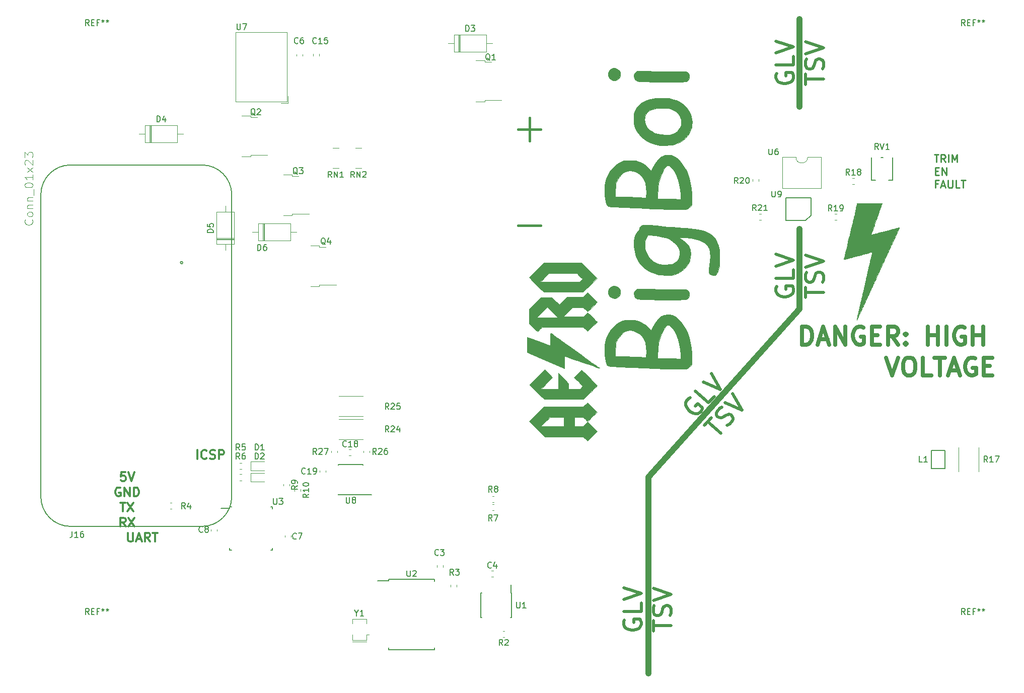
<source format=gbr>
G04 #@! TF.GenerationSoftware,KiCad,Pcbnew,(5.0.2)-1*
G04 #@! TF.CreationDate,2019-04-05T10:25:57-04:00*
G04 #@! TF.ProjectId,interface-board,696e7465-7266-4616-9365-2d626f617264,rev?*
G04 #@! TF.SameCoordinates,Original*
G04 #@! TF.FileFunction,Legend,Top*
G04 #@! TF.FilePolarity,Positive*
%FSLAX46Y46*%
G04 Gerber Fmt 4.6, Leading zero omitted, Abs format (unit mm)*
G04 Created by KiCad (PCBNEW (5.0.2)-1) date 4/5/2019 10:25:57 AM*
%MOMM*%
%LPD*%
G01*
G04 APERTURE LIST*
%ADD10C,0.254000*%
%ADD11C,0.457200*%
%ADD12C,0.300000*%
%ADD13C,0.700000*%
%ADD14C,1.000000*%
%ADD15C,0.500000*%
%ADD16C,0.010000*%
%ADD17C,0.127000*%
%ADD18C,0.180000*%
%ADD19C,0.120000*%
%ADD20C,0.150000*%
%ADD21C,0.050000*%
G04 APERTURE END LIST*
D10*
X205111652Y-61813923D02*
X205837366Y-61813923D01*
X205474509Y-63083923D02*
X205474509Y-61813923D01*
X206986414Y-63083923D02*
X206563080Y-62479161D01*
X206260700Y-63083923D02*
X206260700Y-61813923D01*
X206744509Y-61813923D01*
X206865461Y-61874400D01*
X206925938Y-61934876D01*
X206986414Y-62055828D01*
X206986414Y-62237257D01*
X206925938Y-62358209D01*
X206865461Y-62418685D01*
X206744509Y-62479161D01*
X206260700Y-62479161D01*
X207530700Y-63083923D02*
X207530700Y-61813923D01*
X208135461Y-63083923D02*
X208135461Y-61813923D01*
X208558795Y-62721066D01*
X208982128Y-61813923D01*
X208982128Y-63083923D01*
X205293080Y-64577685D02*
X205716414Y-64577685D01*
X205897842Y-65242923D02*
X205293080Y-65242923D01*
X205293080Y-63972923D01*
X205897842Y-63972923D01*
X206442128Y-65242923D02*
X206442128Y-63972923D01*
X207167842Y-65242923D01*
X207167842Y-63972923D01*
X205716414Y-66736685D02*
X205293080Y-66736685D01*
X205293080Y-67401923D02*
X205293080Y-66131923D01*
X205897842Y-66131923D01*
X206321176Y-67039066D02*
X206925938Y-67039066D01*
X206200223Y-67401923D02*
X206623557Y-66131923D01*
X207046890Y-67401923D01*
X207470223Y-66131923D02*
X207470223Y-67160019D01*
X207530700Y-67280971D01*
X207591176Y-67341447D01*
X207712128Y-67401923D01*
X207954033Y-67401923D01*
X208074985Y-67341447D01*
X208135461Y-67280971D01*
X208195938Y-67160019D01*
X208195938Y-66131923D01*
X209405461Y-67401923D02*
X208800700Y-67401923D01*
X208800700Y-66131923D01*
X209647366Y-66131923D02*
X210373080Y-66131923D01*
X210010223Y-67401923D02*
X210010223Y-66131923D01*
D11*
X135110703Y-57538257D02*
X138981180Y-57538257D01*
X137045941Y-59473495D02*
X137045941Y-55603019D01*
X135110703Y-73692657D02*
X138981180Y-73692657D01*
D12*
X69105285Y-115249571D02*
X68391000Y-115249571D01*
X68319571Y-115963857D01*
X68391000Y-115892428D01*
X68533857Y-115821000D01*
X68891000Y-115821000D01*
X69033857Y-115892428D01*
X69105285Y-115963857D01*
X69176714Y-116106714D01*
X69176714Y-116463857D01*
X69105285Y-116606714D01*
X69033857Y-116678142D01*
X68891000Y-116749571D01*
X68533857Y-116749571D01*
X68391000Y-116678142D01*
X68319571Y-116606714D01*
X69605285Y-115249571D02*
X70105285Y-116749571D01*
X70605285Y-115249571D01*
X68248142Y-117871000D02*
X68105285Y-117799571D01*
X67891000Y-117799571D01*
X67676714Y-117871000D01*
X67533857Y-118013857D01*
X67462428Y-118156714D01*
X67391000Y-118442428D01*
X67391000Y-118656714D01*
X67462428Y-118942428D01*
X67533857Y-119085285D01*
X67676714Y-119228142D01*
X67891000Y-119299571D01*
X68033857Y-119299571D01*
X68248142Y-119228142D01*
X68319571Y-119156714D01*
X68319571Y-118656714D01*
X68033857Y-118656714D01*
X68962428Y-119299571D02*
X68962428Y-117799571D01*
X69819571Y-119299571D01*
X69819571Y-117799571D01*
X70533857Y-119299571D02*
X70533857Y-117799571D01*
X70891000Y-117799571D01*
X71105285Y-117871000D01*
X71248142Y-118013857D01*
X71319571Y-118156714D01*
X71391000Y-118442428D01*
X71391000Y-118656714D01*
X71319571Y-118942428D01*
X71248142Y-119085285D01*
X71105285Y-119228142D01*
X70891000Y-119299571D01*
X70533857Y-119299571D01*
X68248142Y-120349571D02*
X69105285Y-120349571D01*
X68676714Y-121849571D02*
X68676714Y-120349571D01*
X69462428Y-120349571D02*
X70462428Y-121849571D01*
X70462428Y-120349571D02*
X69462428Y-121849571D01*
X69141000Y-124399571D02*
X68641000Y-123685285D01*
X68283857Y-124399571D02*
X68283857Y-122899571D01*
X68855285Y-122899571D01*
X68998142Y-122971000D01*
X69069571Y-123042428D01*
X69141000Y-123185285D01*
X69141000Y-123399571D01*
X69069571Y-123542428D01*
X68998142Y-123613857D01*
X68855285Y-123685285D01*
X68283857Y-123685285D01*
X69641000Y-122899571D02*
X70641000Y-124399571D01*
X70641000Y-122899571D02*
X69641000Y-124399571D01*
X69538142Y-125424571D02*
X69538142Y-126638857D01*
X69609571Y-126781714D01*
X69681000Y-126853142D01*
X69823857Y-126924571D01*
X70109571Y-126924571D01*
X70252428Y-126853142D01*
X70323857Y-126781714D01*
X70395285Y-126638857D01*
X70395285Y-125424571D01*
X71038142Y-126496000D02*
X71752428Y-126496000D01*
X70895285Y-126924571D02*
X71395285Y-125424571D01*
X71895285Y-126924571D01*
X73252428Y-126924571D02*
X72752428Y-126210285D01*
X72395285Y-126924571D02*
X72395285Y-125424571D01*
X72966714Y-125424571D01*
X73109571Y-125496000D01*
X73181000Y-125567428D01*
X73252428Y-125710285D01*
X73252428Y-125924571D01*
X73181000Y-126067428D01*
X73109571Y-126138857D01*
X72966714Y-126210285D01*
X72395285Y-126210285D01*
X73681000Y-125424571D02*
X74538142Y-125424571D01*
X74109571Y-126924571D02*
X74109571Y-125424571D01*
X81194714Y-113005571D02*
X81194714Y-111505571D01*
X82766142Y-112862714D02*
X82694714Y-112934142D01*
X82480428Y-113005571D01*
X82337571Y-113005571D01*
X82123285Y-112934142D01*
X81980428Y-112791285D01*
X81909000Y-112648428D01*
X81837571Y-112362714D01*
X81837571Y-112148428D01*
X81909000Y-111862714D01*
X81980428Y-111719857D01*
X82123285Y-111577000D01*
X82337571Y-111505571D01*
X82480428Y-111505571D01*
X82694714Y-111577000D01*
X82766142Y-111648428D01*
X83337571Y-112934142D02*
X83551857Y-113005571D01*
X83909000Y-113005571D01*
X84051857Y-112934142D01*
X84123285Y-112862714D01*
X84194714Y-112719857D01*
X84194714Y-112577000D01*
X84123285Y-112434142D01*
X84051857Y-112362714D01*
X83909000Y-112291285D01*
X83623285Y-112219857D01*
X83480428Y-112148428D01*
X83409000Y-112077000D01*
X83337571Y-111934142D01*
X83337571Y-111791285D01*
X83409000Y-111648428D01*
X83480428Y-111577000D01*
X83623285Y-111505571D01*
X83980428Y-111505571D01*
X84194714Y-111577000D01*
X84837571Y-113005571D02*
X84837571Y-111505571D01*
X85409000Y-111505571D01*
X85551857Y-111577000D01*
X85623285Y-111648428D01*
X85694714Y-111791285D01*
X85694714Y-112005571D01*
X85623285Y-112148428D01*
X85551857Y-112219857D01*
X85409000Y-112291285D01*
X84837571Y-112291285D01*
D13*
X182905714Y-93753142D02*
X182905714Y-90753142D01*
X183620000Y-90753142D01*
X184048571Y-90896000D01*
X184334285Y-91181714D01*
X184477142Y-91467428D01*
X184620000Y-92038857D01*
X184620000Y-92467428D01*
X184477142Y-93038857D01*
X184334285Y-93324571D01*
X184048571Y-93610285D01*
X183620000Y-93753142D01*
X182905714Y-93753142D01*
X185762857Y-92896000D02*
X187191428Y-92896000D01*
X185477142Y-93753142D02*
X186477142Y-90753142D01*
X187477142Y-93753142D01*
X188477142Y-93753142D02*
X188477142Y-90753142D01*
X190191428Y-93753142D01*
X190191428Y-90753142D01*
X193191428Y-90896000D02*
X192905714Y-90753142D01*
X192477142Y-90753142D01*
X192048571Y-90896000D01*
X191762857Y-91181714D01*
X191620000Y-91467428D01*
X191477142Y-92038857D01*
X191477142Y-92467428D01*
X191620000Y-93038857D01*
X191762857Y-93324571D01*
X192048571Y-93610285D01*
X192477142Y-93753142D01*
X192762857Y-93753142D01*
X193191428Y-93610285D01*
X193334285Y-93467428D01*
X193334285Y-92467428D01*
X192762857Y-92467428D01*
X194620000Y-92181714D02*
X195620000Y-92181714D01*
X196048571Y-93753142D02*
X194620000Y-93753142D01*
X194620000Y-90753142D01*
X196048571Y-90753142D01*
X199048571Y-93753142D02*
X198048571Y-92324571D01*
X197334285Y-93753142D02*
X197334285Y-90753142D01*
X198477142Y-90753142D01*
X198762857Y-90896000D01*
X198905714Y-91038857D01*
X199048571Y-91324571D01*
X199048571Y-91753142D01*
X198905714Y-92038857D01*
X198762857Y-92181714D01*
X198477142Y-92324571D01*
X197334285Y-92324571D01*
X200334285Y-93467428D02*
X200477142Y-93610285D01*
X200334285Y-93753142D01*
X200191428Y-93610285D01*
X200334285Y-93467428D01*
X200334285Y-93753142D01*
X200334285Y-91896000D02*
X200477142Y-92038857D01*
X200334285Y-92181714D01*
X200191428Y-92038857D01*
X200334285Y-91896000D01*
X200334285Y-92181714D01*
X204048571Y-93753142D02*
X204048571Y-90753142D01*
X204048571Y-92181714D02*
X205762857Y-92181714D01*
X205762857Y-93753142D02*
X205762857Y-90753142D01*
X207191428Y-93753142D02*
X207191428Y-90753142D01*
X210191428Y-90896000D02*
X209905714Y-90753142D01*
X209477142Y-90753142D01*
X209048571Y-90896000D01*
X208762857Y-91181714D01*
X208620000Y-91467428D01*
X208477142Y-92038857D01*
X208477142Y-92467428D01*
X208620000Y-93038857D01*
X208762857Y-93324571D01*
X209048571Y-93610285D01*
X209477142Y-93753142D01*
X209762857Y-93753142D01*
X210191428Y-93610285D01*
X210334285Y-93467428D01*
X210334285Y-92467428D01*
X209762857Y-92467428D01*
X211620000Y-93753142D02*
X211620000Y-90753142D01*
X211620000Y-92181714D02*
X213334285Y-92181714D01*
X213334285Y-93753142D02*
X213334285Y-90753142D01*
X197048571Y-95953142D02*
X198048571Y-98953142D01*
X199048571Y-95953142D01*
X200620000Y-95953142D02*
X201191428Y-95953142D01*
X201477142Y-96096000D01*
X201762857Y-96381714D01*
X201905714Y-96953142D01*
X201905714Y-97953142D01*
X201762857Y-98524571D01*
X201477142Y-98810285D01*
X201191428Y-98953142D01*
X200620000Y-98953142D01*
X200334285Y-98810285D01*
X200048571Y-98524571D01*
X199905714Y-97953142D01*
X199905714Y-96953142D01*
X200048571Y-96381714D01*
X200334285Y-96096000D01*
X200620000Y-95953142D01*
X204620000Y-98953142D02*
X203191428Y-98953142D01*
X203191428Y-95953142D01*
X205191428Y-95953142D02*
X206905714Y-95953142D01*
X206048571Y-98953142D02*
X206048571Y-95953142D01*
X207762857Y-98096000D02*
X209191428Y-98096000D01*
X207477142Y-98953142D02*
X208477142Y-95953142D01*
X209477142Y-98953142D01*
X212048571Y-96096000D02*
X211762857Y-95953142D01*
X211334285Y-95953142D01*
X210905714Y-96096000D01*
X210620000Y-96381714D01*
X210477142Y-96667428D01*
X210334285Y-97238857D01*
X210334285Y-97667428D01*
X210477142Y-98238857D01*
X210620000Y-98524571D01*
X210905714Y-98810285D01*
X211334285Y-98953142D01*
X211620000Y-98953142D01*
X212048571Y-98810285D01*
X212191428Y-98667428D01*
X212191428Y-97667428D01*
X211620000Y-97667428D01*
X213477142Y-97381714D02*
X214477142Y-97381714D01*
X214905714Y-98953142D02*
X213477142Y-98953142D01*
X213477142Y-95953142D01*
X214905714Y-95953142D01*
D14*
X182469000Y-53780000D02*
X182469000Y-39048000D01*
D15*
X178626000Y-48128285D02*
X178483142Y-48414000D01*
X178483142Y-48842571D01*
X178626000Y-49271142D01*
X178911714Y-49556857D01*
X179197428Y-49699714D01*
X179768857Y-49842571D01*
X180197428Y-49842571D01*
X180768857Y-49699714D01*
X181054571Y-49556857D01*
X181340285Y-49271142D01*
X181483142Y-48842571D01*
X181483142Y-48556857D01*
X181340285Y-48128285D01*
X181197428Y-47985428D01*
X180197428Y-47985428D01*
X180197428Y-48556857D01*
X181483142Y-45271142D02*
X181483142Y-46699714D01*
X178483142Y-46699714D01*
X178483142Y-44699714D02*
X181483142Y-43699714D01*
X178483142Y-42699714D01*
X183483142Y-49985428D02*
X183483142Y-48271142D01*
X186483142Y-49128285D02*
X183483142Y-49128285D01*
X186340285Y-47414000D02*
X186483142Y-46985428D01*
X186483142Y-46271142D01*
X186340285Y-45985428D01*
X186197428Y-45842571D01*
X185911714Y-45699714D01*
X185626000Y-45699714D01*
X185340285Y-45842571D01*
X185197428Y-45985428D01*
X185054571Y-46271142D01*
X184911714Y-46842571D01*
X184768857Y-47128285D01*
X184626000Y-47271142D01*
X184340285Y-47414000D01*
X184054571Y-47414000D01*
X183768857Y-47271142D01*
X183626000Y-47128285D01*
X183483142Y-46842571D01*
X183483142Y-46128285D01*
X183626000Y-45699714D01*
X183483142Y-44842571D02*
X186483142Y-43842571D01*
X183483142Y-42842571D01*
X164095339Y-102722439D02*
X163797996Y-102839176D01*
X163511225Y-103157667D01*
X163330619Y-103571748D01*
X163351765Y-103975255D01*
X163468502Y-104272599D01*
X163797567Y-104761122D01*
X164116057Y-105047893D01*
X164636301Y-105324089D01*
X164944219Y-105409106D01*
X165347726Y-105387959D01*
X165740660Y-105165059D01*
X165931840Y-104952732D01*
X166112447Y-104538651D01*
X166101873Y-104336897D01*
X165358728Y-103667767D01*
X164976368Y-104092421D01*
X168130412Y-102510970D02*
X167174511Y-103572605D01*
X164945077Y-101565214D01*
X166283338Y-100078924D02*
X169181903Y-101343171D01*
X167621599Y-98592634D01*
X166462229Y-107352628D02*
X167609310Y-106078666D01*
X169265204Y-108723039D02*
X167035769Y-106715647D01*
X170306121Y-107353486D02*
X170699055Y-107130586D01*
X171177005Y-106599768D01*
X171262022Y-106291851D01*
X171251448Y-106090097D01*
X171134711Y-105792753D01*
X170922384Y-105601573D01*
X170614467Y-105516556D01*
X170412714Y-105527130D01*
X170115370Y-105643867D01*
X169626846Y-105972931D01*
X169329502Y-106089668D01*
X169127749Y-106100241D01*
X168819831Y-106015225D01*
X168607504Y-105824045D01*
X168490767Y-105526701D01*
X168480194Y-105324947D01*
X168565210Y-105017030D01*
X169043161Y-104486212D01*
X169436095Y-104263312D01*
X169903472Y-103530740D02*
X172802037Y-104794987D01*
X171241733Y-102044451D01*
X178626000Y-84010285D02*
X178483142Y-84296000D01*
X178483142Y-84724571D01*
X178626000Y-85153142D01*
X178911714Y-85438857D01*
X179197428Y-85581714D01*
X179768857Y-85724571D01*
X180197428Y-85724571D01*
X180768857Y-85581714D01*
X181054571Y-85438857D01*
X181340285Y-85153142D01*
X181483142Y-84724571D01*
X181483142Y-84438857D01*
X181340285Y-84010285D01*
X181197428Y-83867428D01*
X180197428Y-83867428D01*
X180197428Y-84438857D01*
X181483142Y-81153142D02*
X181483142Y-82581714D01*
X178483142Y-82581714D01*
X178483142Y-80581714D02*
X181483142Y-79581714D01*
X178483142Y-78581714D01*
X183483142Y-85867428D02*
X183483142Y-84153142D01*
X186483142Y-85010285D02*
X183483142Y-85010285D01*
X186340285Y-83296000D02*
X186483142Y-82867428D01*
X186483142Y-82153142D01*
X186340285Y-81867428D01*
X186197428Y-81724571D01*
X185911714Y-81581714D01*
X185626000Y-81581714D01*
X185340285Y-81724571D01*
X185197428Y-81867428D01*
X185054571Y-82153142D01*
X184911714Y-82724571D01*
X184768857Y-83010285D01*
X184626000Y-83153142D01*
X184340285Y-83296000D01*
X184054571Y-83296000D01*
X183768857Y-83153142D01*
X183626000Y-83010285D01*
X183483142Y-82724571D01*
X183483142Y-82010285D01*
X183626000Y-81581714D01*
X183483142Y-80724571D02*
X186483142Y-79724571D01*
X183483142Y-78724571D01*
X153021000Y-140076285D02*
X152878142Y-140362000D01*
X152878142Y-140790571D01*
X153021000Y-141219142D01*
X153306714Y-141504857D01*
X153592428Y-141647714D01*
X154163857Y-141790571D01*
X154592428Y-141790571D01*
X155163857Y-141647714D01*
X155449571Y-141504857D01*
X155735285Y-141219142D01*
X155878142Y-140790571D01*
X155878142Y-140504857D01*
X155735285Y-140076285D01*
X155592428Y-139933428D01*
X154592428Y-139933428D01*
X154592428Y-140504857D01*
X155878142Y-137219142D02*
X155878142Y-138647714D01*
X152878142Y-138647714D01*
X152878142Y-136647714D02*
X155878142Y-135647714D01*
X152878142Y-134647714D01*
X157878142Y-141933428D02*
X157878142Y-140219142D01*
X160878142Y-141076285D02*
X157878142Y-141076285D01*
X160735285Y-139362000D02*
X160878142Y-138933428D01*
X160878142Y-138219142D01*
X160735285Y-137933428D01*
X160592428Y-137790571D01*
X160306714Y-137647714D01*
X160021000Y-137647714D01*
X159735285Y-137790571D01*
X159592428Y-137933428D01*
X159449571Y-138219142D01*
X159306714Y-138790571D01*
X159163857Y-139076285D01*
X159021000Y-139219142D01*
X158735285Y-139362000D01*
X158449571Y-139362000D01*
X158163857Y-139219142D01*
X158021000Y-139076285D01*
X157878142Y-138790571D01*
X157878142Y-138076285D01*
X158021000Y-137647714D01*
X157878142Y-136790571D02*
X160878142Y-135790571D01*
X157878142Y-134790571D01*
D14*
X182469000Y-87816000D02*
X182469000Y-74354000D01*
X157021000Y-116086000D02*
X182469000Y-87816000D01*
X157021000Y-149106000D02*
X157021000Y-116086000D01*
D16*
G04 #@! TO.C,G\002A\002A\002A*
G36*
X154638971Y-76310268D02*
X154677885Y-75935715D01*
X154711681Y-75772594D01*
X154872164Y-75306237D01*
X155088715Y-74932787D01*
X155299127Y-74695113D01*
X155459213Y-74496064D01*
X155511500Y-74323915D01*
X155565113Y-74112289D01*
X155704960Y-73897687D01*
X155899550Y-73724775D01*
X155957852Y-73690792D01*
X156169830Y-73629269D01*
X156499922Y-73601280D01*
X156943781Y-73606714D01*
X157497059Y-73645460D01*
X158155410Y-73717406D01*
X158442202Y-73754777D01*
X159007441Y-73825687D01*
X159633874Y-73893021D01*
X160333956Y-73957829D01*
X161120141Y-74021165D01*
X162004881Y-74084083D01*
X163000630Y-74147635D01*
X163304056Y-74165866D01*
X164073521Y-74221076D01*
X164734330Y-74289954D01*
X165304344Y-74375109D01*
X165801425Y-74479151D01*
X166189504Y-74587392D01*
X166873839Y-74844304D01*
X167447706Y-75153470D01*
X167920457Y-75525051D01*
X168301444Y-75969209D01*
X168600022Y-76496103D01*
X168825542Y-77115894D01*
X168937186Y-77572439D01*
X168974785Y-77834603D01*
X169003044Y-78192907D01*
X169021671Y-78616814D01*
X169030371Y-79075785D01*
X169028853Y-79539283D01*
X169016822Y-79976771D01*
X168993985Y-80357711D01*
X168966365Y-80610779D01*
X168872310Y-81105497D01*
X168748342Y-81489735D01*
X168589344Y-81777568D01*
X168504962Y-81879433D01*
X168364740Y-82013810D01*
X168238117Y-82080711D01*
X168069145Y-82102788D01*
X167950002Y-82104089D01*
X167625879Y-82059626D01*
X167393699Y-81927814D01*
X167251253Y-81706422D01*
X167196330Y-81393218D01*
X167195500Y-81342025D01*
X167206447Y-81174797D01*
X167236197Y-80918627D01*
X167280108Y-80609389D01*
X167329524Y-80305975D01*
X167395360Y-79878861D01*
X167431869Y-79500206D01*
X167443048Y-79109498D01*
X167435131Y-78708250D01*
X167421240Y-78361370D01*
X167403609Y-78110319D01*
X167376458Y-77923940D01*
X167334006Y-77771079D01*
X167270472Y-77620581D01*
X167211282Y-77501750D01*
X166938289Y-77080219D01*
X166581268Y-76721559D01*
X166135010Y-76423622D01*
X165594306Y-76184264D01*
X164953945Y-76001338D01*
X164208720Y-75872697D01*
X163353421Y-75796197D01*
X163036250Y-75781669D01*
X162083750Y-75747384D01*
X162527674Y-75989567D01*
X162940294Y-76257695D01*
X163327214Y-76588788D01*
X163657670Y-76952474D01*
X163900902Y-77318381D01*
X163928474Y-77372634D01*
X164021671Y-77584911D01*
X164080886Y-77784698D01*
X164115641Y-78017124D01*
X164135454Y-78327320D01*
X164136815Y-78360227D01*
X164114660Y-79032658D01*
X163988278Y-79637606D01*
X163753324Y-80186026D01*
X163405452Y-80688875D01*
X163075879Y-81035185D01*
X162547531Y-81456066D01*
X161969116Y-81770735D01*
X161317995Y-81991206D01*
X161235924Y-82011423D01*
X160856133Y-82071720D01*
X160390231Y-82099281D01*
X160115250Y-82097283D01*
X160115250Y-80310128D01*
X160580898Y-80280044D01*
X160947567Y-80226384D01*
X161242300Y-80141291D01*
X161492140Y-80016910D01*
X161724130Y-79845385D01*
X161728761Y-79841431D01*
X161979453Y-79590493D01*
X162148816Y-79323367D01*
X162247773Y-79011061D01*
X162287247Y-78624584D01*
X162287294Y-78359000D01*
X162269004Y-78033976D01*
X162227257Y-77787539D01*
X162152787Y-77572071D01*
X162120467Y-77501750D01*
X161994450Y-77298103D01*
X161794952Y-77043817D01*
X161546388Y-76769161D01*
X161454045Y-76675533D01*
X161072559Y-76328102D01*
X160704844Y-76067340D01*
X160313802Y-75874052D01*
X159862334Y-75729044D01*
X159448500Y-75637890D01*
X159082604Y-75572479D01*
X158688389Y-75509215D01*
X158287791Y-75450826D01*
X157902743Y-75400047D01*
X157555180Y-75359606D01*
X157267036Y-75332236D01*
X157060246Y-75320669D01*
X156956776Y-75327622D01*
X156879252Y-75401928D01*
X156776722Y-75557098D01*
X156688301Y-75725229D01*
X156560171Y-76102734D01*
X156485448Y-76557283D01*
X156465998Y-77049848D01*
X156503691Y-77541401D01*
X156582685Y-77931577D01*
X156782864Y-78499045D01*
X157051089Y-78974998D01*
X157400879Y-79382620D01*
X157462538Y-79440511D01*
X157920852Y-79800563D01*
X158406827Y-80060697D01*
X158939800Y-80227253D01*
X159539109Y-80306570D01*
X160115250Y-80310128D01*
X160115250Y-82097283D01*
X159874426Y-82095532D01*
X159344925Y-82061902D01*
X158837935Y-81999818D01*
X158389665Y-81910707D01*
X158337250Y-81897121D01*
X157564502Y-81629695D01*
X156870316Y-81264110D01*
X156259008Y-80804528D01*
X155734894Y-80255113D01*
X155302293Y-79620028D01*
X154965519Y-78903435D01*
X154835693Y-78520148D01*
X154749440Y-78149841D01*
X154685062Y-77708714D01*
X154644139Y-77231753D01*
X154628249Y-76753943D01*
X154638971Y-76310268D01*
X154638971Y-76310268D01*
G37*
X154638971Y-76310268D02*
X154677885Y-75935715D01*
X154711681Y-75772594D01*
X154872164Y-75306237D01*
X155088715Y-74932787D01*
X155299127Y-74695113D01*
X155459213Y-74496064D01*
X155511500Y-74323915D01*
X155565113Y-74112289D01*
X155704960Y-73897687D01*
X155899550Y-73724775D01*
X155957852Y-73690792D01*
X156169830Y-73629269D01*
X156499922Y-73601280D01*
X156943781Y-73606714D01*
X157497059Y-73645460D01*
X158155410Y-73717406D01*
X158442202Y-73754777D01*
X159007441Y-73825687D01*
X159633874Y-73893021D01*
X160333956Y-73957829D01*
X161120141Y-74021165D01*
X162004881Y-74084083D01*
X163000630Y-74147635D01*
X163304056Y-74165866D01*
X164073521Y-74221076D01*
X164734330Y-74289954D01*
X165304344Y-74375109D01*
X165801425Y-74479151D01*
X166189504Y-74587392D01*
X166873839Y-74844304D01*
X167447706Y-75153470D01*
X167920457Y-75525051D01*
X168301444Y-75969209D01*
X168600022Y-76496103D01*
X168825542Y-77115894D01*
X168937186Y-77572439D01*
X168974785Y-77834603D01*
X169003044Y-78192907D01*
X169021671Y-78616814D01*
X169030371Y-79075785D01*
X169028853Y-79539283D01*
X169016822Y-79976771D01*
X168993985Y-80357711D01*
X168966365Y-80610779D01*
X168872310Y-81105497D01*
X168748342Y-81489735D01*
X168589344Y-81777568D01*
X168504962Y-81879433D01*
X168364740Y-82013810D01*
X168238117Y-82080711D01*
X168069145Y-82102788D01*
X167950002Y-82104089D01*
X167625879Y-82059626D01*
X167393699Y-81927814D01*
X167251253Y-81706422D01*
X167196330Y-81393218D01*
X167195500Y-81342025D01*
X167206447Y-81174797D01*
X167236197Y-80918627D01*
X167280108Y-80609389D01*
X167329524Y-80305975D01*
X167395360Y-79878861D01*
X167431869Y-79500206D01*
X167443048Y-79109498D01*
X167435131Y-78708250D01*
X167421240Y-78361370D01*
X167403609Y-78110319D01*
X167376458Y-77923940D01*
X167334006Y-77771079D01*
X167270472Y-77620581D01*
X167211282Y-77501750D01*
X166938289Y-77080219D01*
X166581268Y-76721559D01*
X166135010Y-76423622D01*
X165594306Y-76184264D01*
X164953945Y-76001338D01*
X164208720Y-75872697D01*
X163353421Y-75796197D01*
X163036250Y-75781669D01*
X162083750Y-75747384D01*
X162527674Y-75989567D01*
X162940294Y-76257695D01*
X163327214Y-76588788D01*
X163657670Y-76952474D01*
X163900902Y-77318381D01*
X163928474Y-77372634D01*
X164021671Y-77584911D01*
X164080886Y-77784698D01*
X164115641Y-78017124D01*
X164135454Y-78327320D01*
X164136815Y-78360227D01*
X164114660Y-79032658D01*
X163988278Y-79637606D01*
X163753324Y-80186026D01*
X163405452Y-80688875D01*
X163075879Y-81035185D01*
X162547531Y-81456066D01*
X161969116Y-81770735D01*
X161317995Y-81991206D01*
X161235924Y-82011423D01*
X160856133Y-82071720D01*
X160390231Y-82099281D01*
X160115250Y-82097283D01*
X160115250Y-80310128D01*
X160580898Y-80280044D01*
X160947567Y-80226384D01*
X161242300Y-80141291D01*
X161492140Y-80016910D01*
X161724130Y-79845385D01*
X161728761Y-79841431D01*
X161979453Y-79590493D01*
X162148816Y-79323367D01*
X162247773Y-79011061D01*
X162287247Y-78624584D01*
X162287294Y-78359000D01*
X162269004Y-78033976D01*
X162227257Y-77787539D01*
X162152787Y-77572071D01*
X162120467Y-77501750D01*
X161994450Y-77298103D01*
X161794952Y-77043817D01*
X161546388Y-76769161D01*
X161454045Y-76675533D01*
X161072559Y-76328102D01*
X160704844Y-76067340D01*
X160313802Y-75874052D01*
X159862334Y-75729044D01*
X159448500Y-75637890D01*
X159082604Y-75572479D01*
X158688389Y-75509215D01*
X158287791Y-75450826D01*
X157902743Y-75400047D01*
X157555180Y-75359606D01*
X157267036Y-75332236D01*
X157060246Y-75320669D01*
X156956776Y-75327622D01*
X156879252Y-75401928D01*
X156776722Y-75557098D01*
X156688301Y-75725229D01*
X156560171Y-76102734D01*
X156485448Y-76557283D01*
X156465998Y-77049848D01*
X156503691Y-77541401D01*
X156582685Y-77931577D01*
X156782864Y-78499045D01*
X157051089Y-78974998D01*
X157400879Y-79382620D01*
X157462538Y-79440511D01*
X157920852Y-79800563D01*
X158406827Y-80060697D01*
X158939800Y-80227253D01*
X159539109Y-80306570D01*
X160115250Y-80310128D01*
X160115250Y-82097283D01*
X159874426Y-82095532D01*
X159344925Y-82061902D01*
X158837935Y-81999818D01*
X158389665Y-81910707D01*
X158337250Y-81897121D01*
X157564502Y-81629695D01*
X156870316Y-81264110D01*
X156259008Y-80804528D01*
X155734894Y-80255113D01*
X155302293Y-79620028D01*
X154965519Y-78903435D01*
X154835693Y-78520148D01*
X154749440Y-78149841D01*
X154685062Y-77708714D01*
X154644139Y-77231753D01*
X154628249Y-76753943D01*
X154638971Y-76310268D01*
G36*
X154599978Y-55420486D02*
X154608394Y-55153907D01*
X154626785Y-54955727D01*
X154658918Y-54796653D01*
X154708559Y-54647398D01*
X154760001Y-54523229D01*
X155063283Y-53981219D01*
X155474035Y-53506660D01*
X155992318Y-53099508D01*
X156618194Y-52759716D01*
X157351724Y-52487235D01*
X157522636Y-52437679D01*
X157721087Y-52387297D01*
X157915528Y-52350491D01*
X158131522Y-52325143D01*
X158394632Y-52309133D01*
X158730422Y-52300342D01*
X159164456Y-52296650D01*
X159226250Y-52296444D01*
X159669798Y-52296835D01*
X160012654Y-52302380D01*
X160281088Y-52315186D01*
X160501371Y-52337359D01*
X160699773Y-52371006D01*
X160902566Y-52418236D01*
X160972500Y-52436515D01*
X161698838Y-52682295D01*
X162362970Y-53012269D01*
X162953210Y-53416952D01*
X163457871Y-53886859D01*
X163865269Y-54412507D01*
X164163718Y-54984410D01*
X164188124Y-55046404D01*
X164290596Y-55411366D01*
X164357858Y-55851742D01*
X164388070Y-56324474D01*
X164379397Y-56786503D01*
X164329999Y-57194771D01*
X164287393Y-57372250D01*
X164118771Y-57831863D01*
X163894661Y-58242306D01*
X163592877Y-58638915D01*
X163289635Y-58961051D01*
X162800568Y-59391336D01*
X162293950Y-59719329D01*
X161731047Y-59967958D01*
X161417000Y-60069496D01*
X161019668Y-60156419D01*
X160537909Y-60217025D01*
X160011822Y-60249922D01*
X159924750Y-60250545D01*
X159924750Y-58481644D01*
X160505960Y-58453057D01*
X160994218Y-58361721D01*
X161410838Y-58200320D01*
X161777132Y-57961538D01*
X161985452Y-57774271D01*
X162170619Y-57559994D01*
X162340800Y-57314120D01*
X162413968Y-57181750D01*
X162489010Y-57007808D01*
X162532297Y-56845592D01*
X162549992Y-56653158D01*
X162548260Y-56388563D01*
X162544937Y-56290548D01*
X162524436Y-55964593D01*
X162486058Y-55724528D01*
X162421768Y-55529625D01*
X162375790Y-55433298D01*
X162052259Y-54943677D01*
X161642393Y-54546191D01*
X161152323Y-54245918D01*
X160759402Y-54094629D01*
X160482046Y-54036648D01*
X160112682Y-53996809D01*
X159685047Y-53975440D01*
X159232877Y-53972869D01*
X158789910Y-53989425D01*
X158389883Y-54025436D01*
X158121261Y-54068933D01*
X157565552Y-54228568D01*
X157119526Y-54451300D01*
X156781909Y-54738435D01*
X156551428Y-55091281D01*
X156426810Y-55511143D01*
X156401894Y-55833962D01*
X156457542Y-56378589D01*
X156628171Y-56869309D01*
X156913753Y-57306080D01*
X157314257Y-57688862D01*
X157829655Y-58017612D01*
X158014065Y-58109162D01*
X158583570Y-58318717D01*
X159218204Y-58441780D01*
X159924750Y-58481644D01*
X159924750Y-60250545D01*
X159481510Y-60253721D01*
X158987072Y-60227033D01*
X158568612Y-60168466D01*
X158567629Y-60168265D01*
X157771110Y-59950847D01*
X157042386Y-59641668D01*
X156389712Y-59247245D01*
X155821346Y-58774092D01*
X155345542Y-58228726D01*
X154970557Y-57617660D01*
X154782073Y-57180895D01*
X154707170Y-56966478D01*
X154655720Y-56784076D01*
X154623393Y-56600890D01*
X154605859Y-56384118D01*
X154598788Y-56100961D01*
X154597770Y-55784750D01*
X154599978Y-55420486D01*
X154599978Y-55420486D01*
G37*
X154599978Y-55420486D02*
X154608394Y-55153907D01*
X154626785Y-54955727D01*
X154658918Y-54796653D01*
X154708559Y-54647398D01*
X154760001Y-54523229D01*
X155063283Y-53981219D01*
X155474035Y-53506660D01*
X155992318Y-53099508D01*
X156618194Y-52759716D01*
X157351724Y-52487235D01*
X157522636Y-52437679D01*
X157721087Y-52387297D01*
X157915528Y-52350491D01*
X158131522Y-52325143D01*
X158394632Y-52309133D01*
X158730422Y-52300342D01*
X159164456Y-52296650D01*
X159226250Y-52296444D01*
X159669798Y-52296835D01*
X160012654Y-52302380D01*
X160281088Y-52315186D01*
X160501371Y-52337359D01*
X160699773Y-52371006D01*
X160902566Y-52418236D01*
X160972500Y-52436515D01*
X161698838Y-52682295D01*
X162362970Y-53012269D01*
X162953210Y-53416952D01*
X163457871Y-53886859D01*
X163865269Y-54412507D01*
X164163718Y-54984410D01*
X164188124Y-55046404D01*
X164290596Y-55411366D01*
X164357858Y-55851742D01*
X164388070Y-56324474D01*
X164379397Y-56786503D01*
X164329999Y-57194771D01*
X164287393Y-57372250D01*
X164118771Y-57831863D01*
X163894661Y-58242306D01*
X163592877Y-58638915D01*
X163289635Y-58961051D01*
X162800568Y-59391336D01*
X162293950Y-59719329D01*
X161731047Y-59967958D01*
X161417000Y-60069496D01*
X161019668Y-60156419D01*
X160537909Y-60217025D01*
X160011822Y-60249922D01*
X159924750Y-60250545D01*
X159924750Y-58481644D01*
X160505960Y-58453057D01*
X160994218Y-58361721D01*
X161410838Y-58200320D01*
X161777132Y-57961538D01*
X161985452Y-57774271D01*
X162170619Y-57559994D01*
X162340800Y-57314120D01*
X162413968Y-57181750D01*
X162489010Y-57007808D01*
X162532297Y-56845592D01*
X162549992Y-56653158D01*
X162548260Y-56388563D01*
X162544937Y-56290548D01*
X162524436Y-55964593D01*
X162486058Y-55724528D01*
X162421768Y-55529625D01*
X162375790Y-55433298D01*
X162052259Y-54943677D01*
X161642393Y-54546191D01*
X161152323Y-54245918D01*
X160759402Y-54094629D01*
X160482046Y-54036648D01*
X160112682Y-53996809D01*
X159685047Y-53975440D01*
X159232877Y-53972869D01*
X158789910Y-53989425D01*
X158389883Y-54025436D01*
X158121261Y-54068933D01*
X157565552Y-54228568D01*
X157119526Y-54451300D01*
X156781909Y-54738435D01*
X156551428Y-55091281D01*
X156426810Y-55511143D01*
X156401894Y-55833962D01*
X156457542Y-56378589D01*
X156628171Y-56869309D01*
X156913753Y-57306080D01*
X157314257Y-57688862D01*
X157829655Y-58017612D01*
X158014065Y-58109162D01*
X158583570Y-58318717D01*
X159218204Y-58441780D01*
X159924750Y-58481644D01*
X159924750Y-60250545D01*
X159481510Y-60253721D01*
X158987072Y-60227033D01*
X158568612Y-60168466D01*
X158567629Y-60168265D01*
X157771110Y-59950847D01*
X157042386Y-59641668D01*
X156389712Y-59247245D01*
X155821346Y-58774092D01*
X155345542Y-58228726D01*
X154970557Y-57617660D01*
X154782073Y-57180895D01*
X154707170Y-56966478D01*
X154655720Y-56784076D01*
X154623393Y-56600890D01*
X154605859Y-56384118D01*
X154598788Y-56100961D01*
X154597770Y-55784750D01*
X154599978Y-55420486D01*
G36*
X149694315Y-93899459D02*
X149739992Y-93487187D01*
X149761696Y-93374062D01*
X149970912Y-92672547D01*
X150277512Y-92003515D01*
X150668509Y-91383477D01*
X151130914Y-90828945D01*
X151651738Y-90356426D01*
X152217994Y-89982433D01*
X152558750Y-89818569D01*
X152740774Y-89745590D01*
X152896382Y-89694896D01*
X153055136Y-89662538D01*
X153246598Y-89644566D01*
X153500332Y-89637033D01*
X153845899Y-89635988D01*
X153924000Y-89636196D01*
X154293501Y-89638933D01*
X154568558Y-89647528D01*
X154781717Y-89666465D01*
X154965526Y-89700230D01*
X155152531Y-89753306D01*
X155375281Y-89830177D01*
X155402154Y-89839842D01*
X156054541Y-90131596D01*
X156628968Y-90513780D01*
X157135763Y-90986774D01*
X157521776Y-91403242D01*
X157750214Y-90929496D01*
X158093767Y-90301673D01*
X158473159Y-89763209D01*
X158879058Y-89325013D01*
X159302137Y-88997992D01*
X159493827Y-88890902D01*
X159674851Y-88813743D01*
X159859364Y-88767941D01*
X160089921Y-88746221D01*
X160369250Y-88741250D01*
X160666082Y-88746477D01*
X160882009Y-88768056D01*
X161062905Y-88814839D01*
X161254641Y-88895677D01*
X161311148Y-88922982D01*
X161720960Y-89177228D01*
X162139917Y-89534538D01*
X162549314Y-89974064D01*
X162930449Y-90474961D01*
X163264618Y-91016383D01*
X163370093Y-91217750D01*
X163646798Y-91868187D01*
X163882646Y-92619419D01*
X164073660Y-93450714D01*
X164215863Y-94341341D01*
X164305278Y-95270566D01*
X164337928Y-96217658D01*
X164338000Y-96263554D01*
X164338000Y-97081628D01*
X164131625Y-97350847D01*
X163956936Y-97538818D01*
X163754356Y-97702224D01*
X163671250Y-97752658D01*
X163599266Y-97787876D01*
X163523210Y-97816116D01*
X163429210Y-97838040D01*
X163303397Y-97854311D01*
X163131901Y-97865590D01*
X162900852Y-97872541D01*
X162596378Y-97875825D01*
X162496500Y-97875896D01*
X162496500Y-96159225D01*
X162496500Y-95716451D01*
X162487582Y-95461370D01*
X162463565Y-95131138D01*
X162428552Y-94776145D01*
X162402269Y-94559230D01*
X162259889Y-93690748D01*
X162074335Y-92931840D01*
X161841167Y-92271128D01*
X161555945Y-91697237D01*
X161214231Y-91198792D01*
X160990595Y-90942092D01*
X160732169Y-90686697D01*
X160526226Y-90532592D01*
X160353309Y-90476404D01*
X160193964Y-90514763D01*
X160028736Y-90644296D01*
X159924687Y-90757375D01*
X159710627Y-91056570D01*
X159490280Y-91454248D01*
X159274708Y-91923087D01*
X159074971Y-92435761D01*
X158902133Y-92964944D01*
X158767253Y-93483314D01*
X158714500Y-93746818D01*
X158678954Y-94018555D01*
X158650017Y-94373925D01*
X158630469Y-94769618D01*
X158623091Y-95162325D01*
X158623086Y-95170625D01*
X158623000Y-96075500D01*
X159178625Y-96075656D01*
X159414441Y-96077703D01*
X159747794Y-96083320D01*
X160149289Y-96091872D01*
X160589534Y-96102725D01*
X161039135Y-96115241D01*
X161115375Y-96117519D01*
X162496500Y-96159225D01*
X162496500Y-97875896D01*
X162204610Y-97876104D01*
X161711679Y-97874041D01*
X161194750Y-97870888D01*
X160585741Y-97864151D01*
X159938329Y-97852039D01*
X159283553Y-97835473D01*
X158652456Y-97815371D01*
X158076077Y-97792651D01*
X157585459Y-97768233D01*
X157448250Y-97759996D01*
X156910743Y-97727656D01*
X156648881Y-97713086D01*
X156648881Y-95916750D01*
X156675967Y-95631000D01*
X156697734Y-95248869D01*
X156697912Y-94827554D01*
X156678701Y-94400873D01*
X156642303Y-94002640D01*
X156590922Y-93666670D01*
X156533632Y-93445325D01*
X156267597Y-92851873D01*
X155927949Y-92350185D01*
X155522201Y-91946154D01*
X155057867Y-91645675D01*
X154542460Y-91454640D01*
X153983494Y-91378944D01*
X153898184Y-91377895D01*
X153495504Y-91410462D01*
X153154428Y-91516525D01*
X152833644Y-91712784D01*
X152617683Y-91895490D01*
X152366902Y-92160718D01*
X152114884Y-92484415D01*
X151897369Y-92817430D01*
X151771455Y-93059250D01*
X151671449Y-93308534D01*
X151600082Y-93549213D01*
X151552914Y-93810856D01*
X151525507Y-94123030D01*
X151513423Y-94515304D01*
X151511687Y-94789625D01*
X151511000Y-95758000D01*
X152638125Y-95762649D01*
X153063654Y-95767875D01*
X153573738Y-95779638D01*
X154126177Y-95796633D01*
X154678767Y-95817558D01*
X155189306Y-95841108D01*
X155207065Y-95842024D01*
X156648881Y-95916750D01*
X156648881Y-97713086D01*
X156292739Y-97693270D01*
X155640661Y-97659246D01*
X155000935Y-97627988D01*
X154419984Y-97601902D01*
X154305000Y-97597110D01*
X153511660Y-97564613D01*
X152835292Y-97536722D01*
X152265980Y-97512707D01*
X151793805Y-97491839D01*
X151408853Y-97473390D01*
X151101207Y-97456629D01*
X150860949Y-97440828D01*
X150678165Y-97425258D01*
X150542937Y-97409188D01*
X150445348Y-97391891D01*
X150375484Y-97372636D01*
X150323426Y-97350696D01*
X150279259Y-97325339D01*
X150236366Y-97297922D01*
X150138544Y-97228221D01*
X150067345Y-97146917D01*
X150010443Y-97026816D01*
X149955512Y-96840722D01*
X149890228Y-96561441D01*
X149878394Y-96508084D01*
X149790625Y-96021933D01*
X149727121Y-95485432D01*
X149689092Y-94931144D01*
X149677753Y-94391632D01*
X149694315Y-93899459D01*
X149694315Y-93899459D01*
G37*
X149694315Y-93899459D02*
X149739992Y-93487187D01*
X149761696Y-93374062D01*
X149970912Y-92672547D01*
X150277512Y-92003515D01*
X150668509Y-91383477D01*
X151130914Y-90828945D01*
X151651738Y-90356426D01*
X152217994Y-89982433D01*
X152558750Y-89818569D01*
X152740774Y-89745590D01*
X152896382Y-89694896D01*
X153055136Y-89662538D01*
X153246598Y-89644566D01*
X153500332Y-89637033D01*
X153845899Y-89635988D01*
X153924000Y-89636196D01*
X154293501Y-89638933D01*
X154568558Y-89647528D01*
X154781717Y-89666465D01*
X154965526Y-89700230D01*
X155152531Y-89753306D01*
X155375281Y-89830177D01*
X155402154Y-89839842D01*
X156054541Y-90131596D01*
X156628968Y-90513780D01*
X157135763Y-90986774D01*
X157521776Y-91403242D01*
X157750214Y-90929496D01*
X158093767Y-90301673D01*
X158473159Y-89763209D01*
X158879058Y-89325013D01*
X159302137Y-88997992D01*
X159493827Y-88890902D01*
X159674851Y-88813743D01*
X159859364Y-88767941D01*
X160089921Y-88746221D01*
X160369250Y-88741250D01*
X160666082Y-88746477D01*
X160882009Y-88768056D01*
X161062905Y-88814839D01*
X161254641Y-88895677D01*
X161311148Y-88922982D01*
X161720960Y-89177228D01*
X162139917Y-89534538D01*
X162549314Y-89974064D01*
X162930449Y-90474961D01*
X163264618Y-91016383D01*
X163370093Y-91217750D01*
X163646798Y-91868187D01*
X163882646Y-92619419D01*
X164073660Y-93450714D01*
X164215863Y-94341341D01*
X164305278Y-95270566D01*
X164337928Y-96217658D01*
X164338000Y-96263554D01*
X164338000Y-97081628D01*
X164131625Y-97350847D01*
X163956936Y-97538818D01*
X163754356Y-97702224D01*
X163671250Y-97752658D01*
X163599266Y-97787876D01*
X163523210Y-97816116D01*
X163429210Y-97838040D01*
X163303397Y-97854311D01*
X163131901Y-97865590D01*
X162900852Y-97872541D01*
X162596378Y-97875825D01*
X162496500Y-97875896D01*
X162496500Y-96159225D01*
X162496500Y-95716451D01*
X162487582Y-95461370D01*
X162463565Y-95131138D01*
X162428552Y-94776145D01*
X162402269Y-94559230D01*
X162259889Y-93690748D01*
X162074335Y-92931840D01*
X161841167Y-92271128D01*
X161555945Y-91697237D01*
X161214231Y-91198792D01*
X160990595Y-90942092D01*
X160732169Y-90686697D01*
X160526226Y-90532592D01*
X160353309Y-90476404D01*
X160193964Y-90514763D01*
X160028736Y-90644296D01*
X159924687Y-90757375D01*
X159710627Y-91056570D01*
X159490280Y-91454248D01*
X159274708Y-91923087D01*
X159074971Y-92435761D01*
X158902133Y-92964944D01*
X158767253Y-93483314D01*
X158714500Y-93746818D01*
X158678954Y-94018555D01*
X158650017Y-94373925D01*
X158630469Y-94769618D01*
X158623091Y-95162325D01*
X158623086Y-95170625D01*
X158623000Y-96075500D01*
X159178625Y-96075656D01*
X159414441Y-96077703D01*
X159747794Y-96083320D01*
X160149289Y-96091872D01*
X160589534Y-96102725D01*
X161039135Y-96115241D01*
X161115375Y-96117519D01*
X162496500Y-96159225D01*
X162496500Y-97875896D01*
X162204610Y-97876104D01*
X161711679Y-97874041D01*
X161194750Y-97870888D01*
X160585741Y-97864151D01*
X159938329Y-97852039D01*
X159283553Y-97835473D01*
X158652456Y-97815371D01*
X158076077Y-97792651D01*
X157585459Y-97768233D01*
X157448250Y-97759996D01*
X156910743Y-97727656D01*
X156648881Y-97713086D01*
X156648881Y-95916750D01*
X156675967Y-95631000D01*
X156697734Y-95248869D01*
X156697912Y-94827554D01*
X156678701Y-94400873D01*
X156642303Y-94002640D01*
X156590922Y-93666670D01*
X156533632Y-93445325D01*
X156267597Y-92851873D01*
X155927949Y-92350185D01*
X155522201Y-91946154D01*
X155057867Y-91645675D01*
X154542460Y-91454640D01*
X153983494Y-91378944D01*
X153898184Y-91377895D01*
X153495504Y-91410462D01*
X153154428Y-91516525D01*
X152833644Y-91712784D01*
X152617683Y-91895490D01*
X152366902Y-92160718D01*
X152114884Y-92484415D01*
X151897369Y-92817430D01*
X151771455Y-93059250D01*
X151671449Y-93308534D01*
X151600082Y-93549213D01*
X151552914Y-93810856D01*
X151525507Y-94123030D01*
X151513423Y-94515304D01*
X151511687Y-94789625D01*
X151511000Y-95758000D01*
X152638125Y-95762649D01*
X153063654Y-95767875D01*
X153573738Y-95779638D01*
X154126177Y-95796633D01*
X154678767Y-95817558D01*
X155189306Y-95841108D01*
X155207065Y-95842024D01*
X156648881Y-95916750D01*
X156648881Y-97713086D01*
X156292739Y-97693270D01*
X155640661Y-97659246D01*
X155000935Y-97627988D01*
X154419984Y-97601902D01*
X154305000Y-97597110D01*
X153511660Y-97564613D01*
X152835292Y-97536722D01*
X152265980Y-97512707D01*
X151793805Y-97491839D01*
X151408853Y-97473390D01*
X151101207Y-97456629D01*
X150860949Y-97440828D01*
X150678165Y-97425258D01*
X150542937Y-97409188D01*
X150445348Y-97391891D01*
X150375484Y-97372636D01*
X150323426Y-97350696D01*
X150279259Y-97325339D01*
X150236366Y-97297922D01*
X150138544Y-97228221D01*
X150067345Y-97146917D01*
X150010443Y-97026816D01*
X149955512Y-96840722D01*
X149890228Y-96561441D01*
X149878394Y-96508084D01*
X149790625Y-96021933D01*
X149727121Y-95485432D01*
X149689092Y-94931144D01*
X149677753Y-94391632D01*
X149694315Y-93899459D01*
G36*
X149694315Y-67038959D02*
X149739992Y-66626687D01*
X149761696Y-66513562D01*
X149970912Y-65812047D01*
X150277512Y-65143015D01*
X150668509Y-64522977D01*
X151130914Y-63968445D01*
X151651738Y-63495926D01*
X152217994Y-63121933D01*
X152558750Y-62958069D01*
X152740774Y-62885090D01*
X152896382Y-62834396D01*
X153055136Y-62802038D01*
X153246598Y-62784066D01*
X153500332Y-62776533D01*
X153845899Y-62775488D01*
X153924000Y-62775696D01*
X154293501Y-62778433D01*
X154568558Y-62787028D01*
X154781717Y-62805965D01*
X154965526Y-62839730D01*
X155152531Y-62892806D01*
X155375281Y-62969677D01*
X155402154Y-62979342D01*
X156054541Y-63271096D01*
X156628968Y-63653280D01*
X157135763Y-64126274D01*
X157521776Y-64542742D01*
X157750214Y-64068996D01*
X158093767Y-63441173D01*
X158473159Y-62902709D01*
X158879058Y-62464513D01*
X159302137Y-62137492D01*
X159493827Y-62030402D01*
X159674851Y-61953243D01*
X159859364Y-61907441D01*
X160089921Y-61885721D01*
X160369250Y-61880750D01*
X160666082Y-61885977D01*
X160882009Y-61907556D01*
X161062905Y-61954339D01*
X161254641Y-62035177D01*
X161311148Y-62062482D01*
X161720960Y-62316728D01*
X162139917Y-62674038D01*
X162549314Y-63113564D01*
X162930449Y-63614461D01*
X163264618Y-64155883D01*
X163370093Y-64357250D01*
X163646798Y-65007687D01*
X163882646Y-65758919D01*
X164073660Y-66590214D01*
X164215863Y-67480841D01*
X164305278Y-68410066D01*
X164337928Y-69357158D01*
X164338000Y-69403054D01*
X164338000Y-70221128D01*
X164131625Y-70490347D01*
X163956936Y-70678318D01*
X163754356Y-70841724D01*
X163671250Y-70892158D01*
X163599266Y-70927376D01*
X163523210Y-70955616D01*
X163429210Y-70977540D01*
X163303397Y-70993811D01*
X163131901Y-71005090D01*
X162900852Y-71012041D01*
X162596378Y-71015325D01*
X162496500Y-71015396D01*
X162496500Y-69298725D01*
X162496500Y-68855951D01*
X162487582Y-68600870D01*
X162463565Y-68270638D01*
X162428552Y-67915645D01*
X162402269Y-67698730D01*
X162259889Y-66830248D01*
X162074335Y-66071340D01*
X161841167Y-65410628D01*
X161555945Y-64836737D01*
X161214231Y-64338292D01*
X160990595Y-64081592D01*
X160732169Y-63826197D01*
X160526226Y-63672092D01*
X160353309Y-63615904D01*
X160193964Y-63654263D01*
X160028736Y-63783796D01*
X159924687Y-63896875D01*
X159710627Y-64196070D01*
X159490280Y-64593748D01*
X159274708Y-65062587D01*
X159074971Y-65575261D01*
X158902133Y-66104444D01*
X158767253Y-66622814D01*
X158714500Y-66886318D01*
X158678954Y-67158055D01*
X158650017Y-67513425D01*
X158630469Y-67909118D01*
X158623091Y-68301825D01*
X158623086Y-68310125D01*
X158623000Y-69215000D01*
X159178625Y-69215156D01*
X159414441Y-69217203D01*
X159747794Y-69222820D01*
X160149289Y-69231372D01*
X160589534Y-69242225D01*
X161039135Y-69254741D01*
X161115375Y-69257019D01*
X162496500Y-69298725D01*
X162496500Y-71015396D01*
X162204610Y-71015604D01*
X161711679Y-71013541D01*
X161194750Y-71010388D01*
X160585741Y-71003651D01*
X159938329Y-70991539D01*
X159283553Y-70974973D01*
X158652456Y-70954871D01*
X158076077Y-70932151D01*
X157585459Y-70907733D01*
X157448250Y-70899496D01*
X156910743Y-70867156D01*
X156648881Y-70852586D01*
X156648881Y-69056250D01*
X156675967Y-68770500D01*
X156697734Y-68388369D01*
X156697912Y-67967054D01*
X156678701Y-67540373D01*
X156642303Y-67142140D01*
X156590922Y-66806170D01*
X156533632Y-66584825D01*
X156267597Y-65991373D01*
X155927949Y-65489685D01*
X155522201Y-65085654D01*
X155057867Y-64785175D01*
X154542460Y-64594140D01*
X153983494Y-64518444D01*
X153898184Y-64517395D01*
X153495504Y-64549962D01*
X153154428Y-64656025D01*
X152833644Y-64852284D01*
X152617683Y-65034990D01*
X152366902Y-65300218D01*
X152114884Y-65623915D01*
X151897369Y-65956930D01*
X151771455Y-66198750D01*
X151671449Y-66448034D01*
X151600082Y-66688713D01*
X151552914Y-66950356D01*
X151525507Y-67262530D01*
X151513423Y-67654804D01*
X151511687Y-67929125D01*
X151511000Y-68897500D01*
X152638125Y-68902149D01*
X153063654Y-68907375D01*
X153573738Y-68919138D01*
X154126177Y-68936133D01*
X154678767Y-68957058D01*
X155189306Y-68980608D01*
X155207065Y-68981524D01*
X156648881Y-69056250D01*
X156648881Y-70852586D01*
X156292739Y-70832770D01*
X155640661Y-70798746D01*
X155000935Y-70767488D01*
X154419984Y-70741402D01*
X154305000Y-70736610D01*
X153511660Y-70704113D01*
X152835292Y-70676222D01*
X152265980Y-70652207D01*
X151793805Y-70631339D01*
X151408853Y-70612890D01*
X151101207Y-70596129D01*
X150860949Y-70580328D01*
X150678165Y-70564758D01*
X150542937Y-70548688D01*
X150445348Y-70531391D01*
X150375484Y-70512136D01*
X150323426Y-70490196D01*
X150279259Y-70464839D01*
X150236366Y-70437422D01*
X150138544Y-70367721D01*
X150067345Y-70286417D01*
X150010443Y-70166316D01*
X149955512Y-69980222D01*
X149890228Y-69700941D01*
X149878394Y-69647584D01*
X149790625Y-69161433D01*
X149727121Y-68624932D01*
X149689092Y-68070644D01*
X149677753Y-67531132D01*
X149694315Y-67038959D01*
X149694315Y-67038959D01*
G37*
X149694315Y-67038959D02*
X149739992Y-66626687D01*
X149761696Y-66513562D01*
X149970912Y-65812047D01*
X150277512Y-65143015D01*
X150668509Y-64522977D01*
X151130914Y-63968445D01*
X151651738Y-63495926D01*
X152217994Y-63121933D01*
X152558750Y-62958069D01*
X152740774Y-62885090D01*
X152896382Y-62834396D01*
X153055136Y-62802038D01*
X153246598Y-62784066D01*
X153500332Y-62776533D01*
X153845899Y-62775488D01*
X153924000Y-62775696D01*
X154293501Y-62778433D01*
X154568558Y-62787028D01*
X154781717Y-62805965D01*
X154965526Y-62839730D01*
X155152531Y-62892806D01*
X155375281Y-62969677D01*
X155402154Y-62979342D01*
X156054541Y-63271096D01*
X156628968Y-63653280D01*
X157135763Y-64126274D01*
X157521776Y-64542742D01*
X157750214Y-64068996D01*
X158093767Y-63441173D01*
X158473159Y-62902709D01*
X158879058Y-62464513D01*
X159302137Y-62137492D01*
X159493827Y-62030402D01*
X159674851Y-61953243D01*
X159859364Y-61907441D01*
X160089921Y-61885721D01*
X160369250Y-61880750D01*
X160666082Y-61885977D01*
X160882009Y-61907556D01*
X161062905Y-61954339D01*
X161254641Y-62035177D01*
X161311148Y-62062482D01*
X161720960Y-62316728D01*
X162139917Y-62674038D01*
X162549314Y-63113564D01*
X162930449Y-63614461D01*
X163264618Y-64155883D01*
X163370093Y-64357250D01*
X163646798Y-65007687D01*
X163882646Y-65758919D01*
X164073660Y-66590214D01*
X164215863Y-67480841D01*
X164305278Y-68410066D01*
X164337928Y-69357158D01*
X164338000Y-69403054D01*
X164338000Y-70221128D01*
X164131625Y-70490347D01*
X163956936Y-70678318D01*
X163754356Y-70841724D01*
X163671250Y-70892158D01*
X163599266Y-70927376D01*
X163523210Y-70955616D01*
X163429210Y-70977540D01*
X163303397Y-70993811D01*
X163131901Y-71005090D01*
X162900852Y-71012041D01*
X162596378Y-71015325D01*
X162496500Y-71015396D01*
X162496500Y-69298725D01*
X162496500Y-68855951D01*
X162487582Y-68600870D01*
X162463565Y-68270638D01*
X162428552Y-67915645D01*
X162402269Y-67698730D01*
X162259889Y-66830248D01*
X162074335Y-66071340D01*
X161841167Y-65410628D01*
X161555945Y-64836737D01*
X161214231Y-64338292D01*
X160990595Y-64081592D01*
X160732169Y-63826197D01*
X160526226Y-63672092D01*
X160353309Y-63615904D01*
X160193964Y-63654263D01*
X160028736Y-63783796D01*
X159924687Y-63896875D01*
X159710627Y-64196070D01*
X159490280Y-64593748D01*
X159274708Y-65062587D01*
X159074971Y-65575261D01*
X158902133Y-66104444D01*
X158767253Y-66622814D01*
X158714500Y-66886318D01*
X158678954Y-67158055D01*
X158650017Y-67513425D01*
X158630469Y-67909118D01*
X158623091Y-68301825D01*
X158623086Y-68310125D01*
X158623000Y-69215000D01*
X159178625Y-69215156D01*
X159414441Y-69217203D01*
X159747794Y-69222820D01*
X160149289Y-69231372D01*
X160589534Y-69242225D01*
X161039135Y-69254741D01*
X161115375Y-69257019D01*
X162496500Y-69298725D01*
X162496500Y-71015396D01*
X162204610Y-71015604D01*
X161711679Y-71013541D01*
X161194750Y-71010388D01*
X160585741Y-71003651D01*
X159938329Y-70991539D01*
X159283553Y-70974973D01*
X158652456Y-70954871D01*
X158076077Y-70932151D01*
X157585459Y-70907733D01*
X157448250Y-70899496D01*
X156910743Y-70867156D01*
X156648881Y-70852586D01*
X156648881Y-69056250D01*
X156675967Y-68770500D01*
X156697734Y-68388369D01*
X156697912Y-67967054D01*
X156678701Y-67540373D01*
X156642303Y-67142140D01*
X156590922Y-66806170D01*
X156533632Y-66584825D01*
X156267597Y-65991373D01*
X155927949Y-65489685D01*
X155522201Y-65085654D01*
X155057867Y-64785175D01*
X154542460Y-64594140D01*
X153983494Y-64518444D01*
X153898184Y-64517395D01*
X153495504Y-64549962D01*
X153154428Y-64656025D01*
X152833644Y-64852284D01*
X152617683Y-65034990D01*
X152366902Y-65300218D01*
X152114884Y-65623915D01*
X151897369Y-65956930D01*
X151771455Y-66198750D01*
X151671449Y-66448034D01*
X151600082Y-66688713D01*
X151552914Y-66950356D01*
X151525507Y-67262530D01*
X151513423Y-67654804D01*
X151511687Y-67929125D01*
X151511000Y-68897500D01*
X152638125Y-68902149D01*
X153063654Y-68907375D01*
X153573738Y-68919138D01*
X154126177Y-68936133D01*
X154678767Y-68957058D01*
X155189306Y-68980608D01*
X155207065Y-68981524D01*
X156648881Y-69056250D01*
X156648881Y-70852586D01*
X156292739Y-70832770D01*
X155640661Y-70798746D01*
X155000935Y-70767488D01*
X154419984Y-70741402D01*
X154305000Y-70736610D01*
X153511660Y-70704113D01*
X152835292Y-70676222D01*
X152265980Y-70652207D01*
X151793805Y-70631339D01*
X151408853Y-70612890D01*
X151101207Y-70596129D01*
X150860949Y-70580328D01*
X150678165Y-70564758D01*
X150542937Y-70548688D01*
X150445348Y-70531391D01*
X150375484Y-70512136D01*
X150323426Y-70490196D01*
X150279259Y-70464839D01*
X150236366Y-70437422D01*
X150138544Y-70367721D01*
X150067345Y-70286417D01*
X150010443Y-70166316D01*
X149955512Y-69980222D01*
X149890228Y-69700941D01*
X149878394Y-69647584D01*
X149790625Y-69161433D01*
X149727121Y-68624932D01*
X149689092Y-68070644D01*
X149677753Y-67531132D01*
X149694315Y-67038959D01*
G36*
X154630590Y-85014247D02*
X154670619Y-84876561D01*
X154766225Y-84748168D01*
X154889378Y-84625961D01*
X155156256Y-84372086D01*
X157210812Y-84416346D01*
X157846918Y-84428226D01*
X158566740Y-84438602D01*
X159326998Y-84447048D01*
X160084413Y-84453139D01*
X160795704Y-84456452D01*
X161329761Y-84456770D01*
X161930292Y-84456150D01*
X162417255Y-84458103D01*
X162804083Y-84464662D01*
X163104206Y-84477858D01*
X163331056Y-84499725D01*
X163498066Y-84532293D01*
X163618666Y-84577595D01*
X163706288Y-84637663D01*
X163774364Y-84714529D01*
X163836324Y-84810225D01*
X163853143Y-84838530D01*
X163928735Y-85057474D01*
X163952047Y-85330861D01*
X163923265Y-85600490D01*
X163850084Y-85796577D01*
X163776194Y-85907660D01*
X163697652Y-85996428D01*
X163599807Y-86065693D01*
X163468010Y-86118266D01*
X163287612Y-86156958D01*
X163043962Y-86184581D01*
X162722412Y-86203945D01*
X162308311Y-86217861D01*
X161787011Y-86229141D01*
X161575750Y-86233000D01*
X161055344Y-86238836D01*
X160441480Y-86240015D01*
X159767604Y-86236824D01*
X159067161Y-86229551D01*
X158373597Y-86218481D01*
X157720358Y-86203902D01*
X157511750Y-86198149D01*
X156904941Y-86179947D01*
X156412074Y-86163626D01*
X156020123Y-86148219D01*
X155716063Y-86132758D01*
X155486867Y-86116273D01*
X155319508Y-86097798D01*
X155200962Y-86076363D01*
X155118202Y-86051001D01*
X155058203Y-86020744D01*
X155049482Y-86015144D01*
X154800391Y-85795015D01*
X154662193Y-85526944D01*
X154622500Y-85213241D01*
X154630590Y-85014247D01*
X154630590Y-85014247D01*
G37*
X154630590Y-85014247D02*
X154670619Y-84876561D01*
X154766225Y-84748168D01*
X154889378Y-84625961D01*
X155156256Y-84372086D01*
X157210812Y-84416346D01*
X157846918Y-84428226D01*
X158566740Y-84438602D01*
X159326998Y-84447048D01*
X160084413Y-84453139D01*
X160795704Y-84456452D01*
X161329761Y-84456770D01*
X161930292Y-84456150D01*
X162417255Y-84458103D01*
X162804083Y-84464662D01*
X163104206Y-84477858D01*
X163331056Y-84499725D01*
X163498066Y-84532293D01*
X163618666Y-84577595D01*
X163706288Y-84637663D01*
X163774364Y-84714529D01*
X163836324Y-84810225D01*
X163853143Y-84838530D01*
X163928735Y-85057474D01*
X163952047Y-85330861D01*
X163923265Y-85600490D01*
X163850084Y-85796577D01*
X163776194Y-85907660D01*
X163697652Y-85996428D01*
X163599807Y-86065693D01*
X163468010Y-86118266D01*
X163287612Y-86156958D01*
X163043962Y-86184581D01*
X162722412Y-86203945D01*
X162308311Y-86217861D01*
X161787011Y-86229141D01*
X161575750Y-86233000D01*
X161055344Y-86238836D01*
X160441480Y-86240015D01*
X159767604Y-86236824D01*
X159067161Y-86229551D01*
X158373597Y-86218481D01*
X157720358Y-86203902D01*
X157511750Y-86198149D01*
X156904941Y-86179947D01*
X156412074Y-86163626D01*
X156020123Y-86148219D01*
X155716063Y-86132758D01*
X155486867Y-86116273D01*
X155319508Y-86097798D01*
X155200962Y-86076363D01*
X155118202Y-86051001D01*
X155058203Y-86020744D01*
X155049482Y-86015144D01*
X154800391Y-85795015D01*
X154662193Y-85526944D01*
X154622500Y-85213241D01*
X154630590Y-85014247D01*
G36*
X154630590Y-48374747D02*
X154670619Y-48237061D01*
X154766225Y-48108668D01*
X154889378Y-47986461D01*
X155156256Y-47732586D01*
X157210812Y-47776846D01*
X157846918Y-47788726D01*
X158566740Y-47799102D01*
X159326998Y-47807548D01*
X160084413Y-47813639D01*
X160795704Y-47816952D01*
X161329761Y-47817270D01*
X161930292Y-47816650D01*
X162417255Y-47818603D01*
X162804083Y-47825162D01*
X163104206Y-47838358D01*
X163331056Y-47860225D01*
X163498066Y-47892793D01*
X163618666Y-47938095D01*
X163706288Y-47998163D01*
X163774364Y-48075029D01*
X163836324Y-48170725D01*
X163853143Y-48199030D01*
X163928735Y-48417974D01*
X163952047Y-48691361D01*
X163923265Y-48960990D01*
X163850084Y-49157077D01*
X163776194Y-49268160D01*
X163697652Y-49356928D01*
X163599807Y-49426193D01*
X163468010Y-49478766D01*
X163287612Y-49517458D01*
X163043962Y-49545081D01*
X162722412Y-49564445D01*
X162308311Y-49578361D01*
X161787011Y-49589641D01*
X161575750Y-49593500D01*
X161055344Y-49599336D01*
X160441480Y-49600515D01*
X159767604Y-49597324D01*
X159067161Y-49590051D01*
X158373597Y-49578981D01*
X157720358Y-49564402D01*
X157511750Y-49558649D01*
X156904941Y-49540447D01*
X156412074Y-49524126D01*
X156020123Y-49508719D01*
X155716063Y-49493258D01*
X155486867Y-49476773D01*
X155319508Y-49458298D01*
X155200962Y-49436863D01*
X155118202Y-49411501D01*
X155058203Y-49381244D01*
X155049482Y-49375644D01*
X154800391Y-49155515D01*
X154662193Y-48887444D01*
X154622500Y-48573741D01*
X154630590Y-48374747D01*
X154630590Y-48374747D01*
G37*
X154630590Y-48374747D02*
X154670619Y-48237061D01*
X154766225Y-48108668D01*
X154889378Y-47986461D01*
X155156256Y-47732586D01*
X157210812Y-47776846D01*
X157846918Y-47788726D01*
X158566740Y-47799102D01*
X159326998Y-47807548D01*
X160084413Y-47813639D01*
X160795704Y-47816952D01*
X161329761Y-47817270D01*
X161930292Y-47816650D01*
X162417255Y-47818603D01*
X162804083Y-47825162D01*
X163104206Y-47838358D01*
X163331056Y-47860225D01*
X163498066Y-47892793D01*
X163618666Y-47938095D01*
X163706288Y-47998163D01*
X163774364Y-48075029D01*
X163836324Y-48170725D01*
X163853143Y-48199030D01*
X163928735Y-48417974D01*
X163952047Y-48691361D01*
X163923265Y-48960990D01*
X163850084Y-49157077D01*
X163776194Y-49268160D01*
X163697652Y-49356928D01*
X163599807Y-49426193D01*
X163468010Y-49478766D01*
X163287612Y-49517458D01*
X163043962Y-49545081D01*
X162722412Y-49564445D01*
X162308311Y-49578361D01*
X161787011Y-49589641D01*
X161575750Y-49593500D01*
X161055344Y-49599336D01*
X160441480Y-49600515D01*
X159767604Y-49597324D01*
X159067161Y-49590051D01*
X158373597Y-49578981D01*
X157720358Y-49564402D01*
X157511750Y-49558649D01*
X156904941Y-49540447D01*
X156412074Y-49524126D01*
X156020123Y-49508719D01*
X155716063Y-49493258D01*
X155486867Y-49476773D01*
X155319508Y-49458298D01*
X155200962Y-49436863D01*
X155118202Y-49411501D01*
X155058203Y-49381244D01*
X155049482Y-49375644D01*
X154800391Y-49155515D01*
X154662193Y-48887444D01*
X154622500Y-48573741D01*
X154630590Y-48374747D01*
G36*
X150391756Y-84504485D02*
X150560856Y-84235156D01*
X150802130Y-84028664D01*
X151103430Y-83906883D01*
X151320500Y-83883500D01*
X151652102Y-83940217D01*
X151932369Y-84095591D01*
X152149098Y-84327461D01*
X152290086Y-84613663D01*
X152343132Y-84932036D01*
X152296032Y-85260416D01*
X152199498Y-85479984D01*
X151985892Y-85735050D01*
X151712222Y-85897757D01*
X151405084Y-85968243D01*
X151091074Y-85946649D01*
X150796790Y-85833115D01*
X150548826Y-85627779D01*
X150438985Y-85470744D01*
X150318672Y-85144154D01*
X150306978Y-84814776D01*
X150391756Y-84504485D01*
X150391756Y-84504485D01*
G37*
X150391756Y-84504485D02*
X150560856Y-84235156D01*
X150802130Y-84028664D01*
X151103430Y-83906883D01*
X151320500Y-83883500D01*
X151652102Y-83940217D01*
X151932369Y-84095591D01*
X152149098Y-84327461D01*
X152290086Y-84613663D01*
X152343132Y-84932036D01*
X152296032Y-85260416D01*
X152199498Y-85479984D01*
X151985892Y-85735050D01*
X151712222Y-85897757D01*
X151405084Y-85968243D01*
X151091074Y-85946649D01*
X150796790Y-85833115D01*
X150548826Y-85627779D01*
X150438985Y-85470744D01*
X150318672Y-85144154D01*
X150306978Y-84814776D01*
X150391756Y-84504485D01*
G36*
X150391756Y-47864985D02*
X150560856Y-47595656D01*
X150802130Y-47389164D01*
X151103430Y-47267383D01*
X151320500Y-47244000D01*
X151652102Y-47300717D01*
X151932369Y-47456091D01*
X152149098Y-47687961D01*
X152290086Y-47974163D01*
X152343132Y-48292536D01*
X152296032Y-48620916D01*
X152199498Y-48840484D01*
X151985892Y-49095550D01*
X151712222Y-49258257D01*
X151405084Y-49328743D01*
X151091074Y-49307149D01*
X150796790Y-49193615D01*
X150548826Y-48988279D01*
X150438985Y-48831244D01*
X150318672Y-48504654D01*
X150306978Y-48175276D01*
X150391756Y-47864985D01*
X150391756Y-47864985D01*
G37*
X150391756Y-47864985D02*
X150560856Y-47595656D01*
X150802130Y-47389164D01*
X151103430Y-47267383D01*
X151320500Y-47244000D01*
X151652102Y-47300717D01*
X151932369Y-47456091D01*
X152149098Y-47687961D01*
X152290086Y-47974163D01*
X152343132Y-48292536D01*
X152296032Y-48620916D01*
X152199498Y-48840484D01*
X151985892Y-49095550D01*
X151712222Y-49258257D01*
X151405084Y-49328743D01*
X151091074Y-49307149D01*
X150796790Y-49193615D01*
X150548826Y-48988279D01*
X150438985Y-48831244D01*
X150318672Y-48504654D01*
X150306978Y-48175276D01*
X150391756Y-47864985D01*
D17*
G04 #@! TO.C,J16*
X86980000Y-68550000D02*
G75*
G03X81980000Y-63550000I-5000000J0D01*
G01*
X86980000Y-119350000D02*
X86980000Y-68550000D01*
X81980000Y-124350000D02*
G75*
G03X86980000Y-119350000I0J5000000D01*
G01*
X59880000Y-124350000D02*
X81980000Y-124350000D01*
X54880000Y-119350000D02*
G75*
G03X59880000Y-124350000I5000000J0D01*
G01*
X54880000Y-68550000D02*
X54880000Y-119350000D01*
X59880000Y-63550000D02*
G75*
G03X54880000Y-68550000I0J-5000000D01*
G01*
X81980000Y-63550000D02*
X59880000Y-63550000D01*
X78750000Y-79980000D02*
G75*
G03X78750000Y-79980000I-200000J0D01*
G01*
D16*
G04 #@! TO.C,G\002A\002A\002A*
G36*
X138619625Y-93211702D02*
X140578854Y-93930119D01*
X140578854Y-92842848D01*
X140579691Y-92432716D01*
X140583721Y-92144336D01*
X140593221Y-91959517D01*
X140610468Y-91860069D01*
X140637738Y-91827800D01*
X140677308Y-91844522D01*
X140701306Y-91864578D01*
X140774946Y-91920583D01*
X140951074Y-92050010D01*
X141218430Y-92244756D01*
X141565754Y-92496720D01*
X141981786Y-92797800D01*
X142455265Y-93139896D01*
X142974932Y-93514905D01*
X143529526Y-93914727D01*
X144107786Y-94331259D01*
X144698454Y-94756400D01*
X145290268Y-95182049D01*
X145871969Y-95600105D01*
X146432296Y-96002465D01*
X146959990Y-96381029D01*
X147443789Y-96727694D01*
X147872434Y-97034361D01*
X148234665Y-97292926D01*
X148519222Y-97495289D01*
X148714844Y-97633347D01*
X148810271Y-97699001D01*
X148812529Y-97700439D01*
X148775348Y-97694913D01*
X148618418Y-97647382D01*
X148354112Y-97561978D01*
X147994803Y-97442833D01*
X147552862Y-97294082D01*
X147040663Y-97119856D01*
X146470576Y-96924289D01*
X145932283Y-96738317D01*
X145315101Y-96524551D01*
X144739770Y-96325537D01*
X144219513Y-96145830D01*
X143767555Y-95989987D01*
X143397120Y-95862563D01*
X143121432Y-95768115D01*
X142953716Y-95711198D01*
X142905974Y-95695724D01*
X142899672Y-95761646D01*
X142894331Y-95943211D01*
X142890372Y-96216118D01*
X142888215Y-96556067D01*
X142887945Y-96735571D01*
X142887945Y-97775418D01*
X141121140Y-96993897D01*
X140562006Y-96746811D01*
X139957610Y-96480134D01*
X139345893Y-96210579D01*
X138764799Y-95954861D01*
X138252269Y-95729692D01*
X138007366Y-95622304D01*
X136660397Y-95032233D01*
X136660397Y-92493286D01*
X138619625Y-93211702D01*
X138619625Y-93211702D01*
G37*
X138619625Y-93211702D02*
X140578854Y-93930119D01*
X140578854Y-92842848D01*
X140579691Y-92432716D01*
X140583721Y-92144336D01*
X140593221Y-91959517D01*
X140610468Y-91860069D01*
X140637738Y-91827800D01*
X140677308Y-91844522D01*
X140701306Y-91864578D01*
X140774946Y-91920583D01*
X140951074Y-92050010D01*
X141218430Y-92244756D01*
X141565754Y-92496720D01*
X141981786Y-92797800D01*
X142455265Y-93139896D01*
X142974932Y-93514905D01*
X143529526Y-93914727D01*
X144107786Y-94331259D01*
X144698454Y-94756400D01*
X145290268Y-95182049D01*
X145871969Y-95600105D01*
X146432296Y-96002465D01*
X146959990Y-96381029D01*
X147443789Y-96727694D01*
X147872434Y-97034361D01*
X148234665Y-97292926D01*
X148519222Y-97495289D01*
X148714844Y-97633347D01*
X148810271Y-97699001D01*
X148812529Y-97700439D01*
X148775348Y-97694913D01*
X148618418Y-97647382D01*
X148354112Y-97561978D01*
X147994803Y-97442833D01*
X147552862Y-97294082D01*
X147040663Y-97119856D01*
X146470576Y-96924289D01*
X145932283Y-96738317D01*
X145315101Y-96524551D01*
X144739770Y-96325537D01*
X144219513Y-96145830D01*
X143767555Y-95989987D01*
X143397120Y-95862563D01*
X143121432Y-95768115D01*
X142953716Y-95711198D01*
X142905974Y-95695724D01*
X142899672Y-95761646D01*
X142894331Y-95943211D01*
X142890372Y-96216118D01*
X142888215Y-96556067D01*
X142887945Y-96735571D01*
X142887945Y-97775418D01*
X141121140Y-96993897D01*
X140562006Y-96746811D01*
X139957610Y-96480134D01*
X139345893Y-96210579D01*
X138764799Y-95954861D01*
X138252269Y-95729692D01*
X138007366Y-95622304D01*
X136660397Y-95032233D01*
X136660397Y-92493286D01*
X138619625Y-93211702D01*
G36*
X138217975Y-105438677D02*
X139425767Y-104232363D01*
X146067291Y-104232363D01*
X146437862Y-103866396D01*
X146808433Y-103500428D01*
X148416539Y-105108534D01*
X147612100Y-105910691D01*
X146807660Y-106712848D01*
X146437476Y-106347261D01*
X146067291Y-105981675D01*
X144637256Y-105981675D01*
X144637256Y-107521069D01*
X146067291Y-107521069D01*
X146808433Y-106789133D01*
X148416539Y-108397239D01*
X147612100Y-109199396D01*
X146807660Y-110001552D01*
X146437476Y-109635967D01*
X146067291Y-109270380D01*
X142817972Y-109270380D01*
X142817972Y-107521069D01*
X142817972Y-105981675D01*
X140539979Y-105981675D01*
X139737240Y-106747826D01*
X138934501Y-107513978D01*
X140876237Y-107517523D01*
X142817972Y-107521069D01*
X142817972Y-109270380D01*
X139632844Y-109270380D01*
X137010182Y-106644990D01*
X138217975Y-105438677D01*
X138217975Y-105438677D01*
G37*
X138217975Y-105438677D02*
X139425767Y-104232363D01*
X146067291Y-104232363D01*
X146437862Y-103866396D01*
X146808433Y-103500428D01*
X148416539Y-105108534D01*
X147612100Y-105910691D01*
X146807660Y-106712848D01*
X146437476Y-106347261D01*
X146067291Y-105981675D01*
X144637256Y-105981675D01*
X144637256Y-107521069D01*
X146067291Y-107521069D01*
X146808433Y-106789133D01*
X148416539Y-108397239D01*
X147612100Y-109199396D01*
X146807660Y-110001552D01*
X146437476Y-109635967D01*
X146067291Y-109270380D01*
X142817972Y-109270380D01*
X142817972Y-107521069D01*
X142817972Y-105981675D01*
X140539979Y-105981675D01*
X139737240Y-106747826D01*
X138934501Y-107513978D01*
X140876237Y-107517523D01*
X142817972Y-107521069D01*
X142817972Y-109270380D01*
X139632844Y-109270380D01*
X137010182Y-106644990D01*
X138217975Y-105438677D01*
G36*
X138319358Y-99249727D02*
X139598565Y-97971921D01*
X140263879Y-98634469D01*
X140929193Y-99297016D01*
X139967771Y-100260282D01*
X139006348Y-101223548D01*
X141914182Y-101223548D01*
X141893763Y-99894925D01*
X141873344Y-98566301D01*
X142730507Y-99421561D01*
X143587669Y-100276820D01*
X143587669Y-101223548D01*
X145609748Y-101223548D01*
X145799987Y-100974133D01*
X145990225Y-100724717D01*
X145279115Y-100011178D01*
X144568004Y-99297639D01*
X145199250Y-98666394D01*
X145830495Y-98035149D01*
X147123132Y-99334309D01*
X147469173Y-99683320D01*
X147780249Y-99999416D01*
X148043394Y-100269229D01*
X148245642Y-100479391D01*
X148374024Y-100616535D01*
X148415768Y-100666907D01*
X148368410Y-100723729D01*
X148235600Y-100864829D01*
X148031232Y-101075922D01*
X147769203Y-101342722D01*
X147463408Y-101650947D01*
X147277944Y-101836602D01*
X146140119Y-102972859D01*
X139499207Y-102972859D01*
X138269679Y-101750196D01*
X137040150Y-100527532D01*
X138319358Y-99249727D01*
X138319358Y-99249727D01*
G37*
X138319358Y-99249727D02*
X139598565Y-97971921D01*
X140263879Y-98634469D01*
X140929193Y-99297016D01*
X139967771Y-100260282D01*
X139006348Y-101223548D01*
X141914182Y-101223548D01*
X141893763Y-99894925D01*
X141873344Y-98566301D01*
X142730507Y-99421561D01*
X143587669Y-100276820D01*
X143587669Y-101223548D01*
X145609748Y-101223548D01*
X145799987Y-100974133D01*
X145990225Y-100724717D01*
X145279115Y-100011178D01*
X144568004Y-99297639D01*
X145199250Y-98666394D01*
X145830495Y-98035149D01*
X147123132Y-99334309D01*
X147469173Y-99683320D01*
X147780249Y-99999416D01*
X148043394Y-100269229D01*
X148245642Y-100479391D01*
X148374024Y-100616535D01*
X148415768Y-100666907D01*
X148368410Y-100723729D01*
X148235600Y-100864829D01*
X148031232Y-101075922D01*
X147769203Y-101342722D01*
X147463408Y-101650947D01*
X147277944Y-101836602D01*
X146140119Y-102972859D01*
X139499207Y-102972859D01*
X138269679Y-101750196D01*
X137040150Y-100527532D01*
X138319358Y-99249727D01*
G36*
X139006225Y-85829609D02*
X140820989Y-85829609D01*
X141434671Y-86440447D01*
X142048353Y-87051286D01*
X143345395Y-85759636D01*
X146067291Y-85759636D01*
X146437862Y-85393668D01*
X146808433Y-85027701D01*
X148416539Y-86635807D01*
X147628963Y-87420591D01*
X146841388Y-88205376D01*
X146456540Y-87860191D01*
X146071691Y-87515006D01*
X145160856Y-87511977D01*
X144250021Y-87508947D01*
X143482711Y-88278644D01*
X142715400Y-89048341D01*
X146146925Y-89048341D01*
X146492287Y-88697707D01*
X146837649Y-88347072D01*
X147626709Y-89133893D01*
X147894519Y-89403642D01*
X148123385Y-89639313D01*
X148296524Y-89823208D01*
X148397153Y-89937631D01*
X148415768Y-89965954D01*
X148367715Y-90027244D01*
X148235007Y-90167148D01*
X148034823Y-90368287D01*
X147784342Y-90613283D01*
X147614048Y-90776979D01*
X146812327Y-91542763D01*
X146444399Y-91170208D01*
X146076472Y-90797653D01*
X141802686Y-90797653D01*
X141802686Y-89188286D01*
X140910880Y-88296481D01*
X140019074Y-87404675D01*
X138235463Y-89188286D01*
X141802686Y-89188286D01*
X141802686Y-90797653D01*
X139218449Y-90797653D01*
X138813636Y-91198241D01*
X138408824Y-91598830D01*
X137709541Y-90902171D01*
X137010259Y-90205512D01*
X137010259Y-87822013D01*
X139006225Y-85829609D01*
X139006225Y-85829609D01*
G37*
X139006225Y-85829609D02*
X140820989Y-85829609D01*
X141434671Y-86440447D01*
X142048353Y-87051286D01*
X143345395Y-85759636D01*
X146067291Y-85759636D01*
X146437862Y-85393668D01*
X146808433Y-85027701D01*
X148416539Y-86635807D01*
X147628963Y-87420591D01*
X146841388Y-88205376D01*
X146456540Y-87860191D01*
X146071691Y-87515006D01*
X145160856Y-87511977D01*
X144250021Y-87508947D01*
X143482711Y-88278644D01*
X142715400Y-89048341D01*
X146146925Y-89048341D01*
X146492287Y-88697707D01*
X146837649Y-88347072D01*
X147626709Y-89133893D01*
X147894519Y-89403642D01*
X148123385Y-89639313D01*
X148296524Y-89823208D01*
X148397153Y-89937631D01*
X148415768Y-89965954D01*
X148367715Y-90027244D01*
X148235007Y-90167148D01*
X148034823Y-90368287D01*
X147784342Y-90613283D01*
X147614048Y-90776979D01*
X146812327Y-91542763D01*
X146444399Y-91170208D01*
X146076472Y-90797653D01*
X141802686Y-90797653D01*
X141802686Y-89188286D01*
X140910880Y-88296481D01*
X140019074Y-87404675D01*
X138235463Y-89188286D01*
X141802686Y-89188286D01*
X141802686Y-90797653D01*
X139218449Y-90797653D01*
X138813636Y-91198241D01*
X138408824Y-91598830D01*
X137709541Y-90902171D01*
X137010259Y-90205512D01*
X137010259Y-87822013D01*
X139006225Y-85829609D01*
G36*
X138234787Y-81211416D02*
X139492823Y-79951923D01*
X145793183Y-79951923D01*
X148415867Y-82577335D01*
X146070191Y-84919967D01*
X145505249Y-84919967D01*
X145505249Y-83170655D01*
X145968767Y-82721397D01*
X145497312Y-82246301D01*
X145025858Y-81771206D01*
X140331325Y-81771206D01*
X139634226Y-82470931D01*
X138937127Y-83170655D01*
X145505249Y-83170655D01*
X145505249Y-84919967D01*
X139422809Y-84919967D01*
X138199780Y-83695438D01*
X136976751Y-82470910D01*
X138234787Y-81211416D01*
X138234787Y-81211416D01*
G37*
X138234787Y-81211416D02*
X139492823Y-79951923D01*
X145793183Y-79951923D01*
X148415867Y-82577335D01*
X146070191Y-84919967D01*
X145505249Y-84919967D01*
X145505249Y-83170655D01*
X145968767Y-82721397D01*
X145497312Y-82246301D01*
X145025858Y-81771206D01*
X140331325Y-81771206D01*
X139634226Y-82470931D01*
X138937127Y-83170655D01*
X145505249Y-83170655D01*
X145505249Y-84919967D01*
X139422809Y-84919967D01*
X138199780Y-83695438D01*
X136976751Y-82470910D01*
X138234787Y-81211416D01*
D18*
G04 #@! TO.C,U9*
X183485000Y-72904000D02*
X180183000Y-72904000D01*
X180183000Y-72904000D02*
X180183000Y-69094000D01*
X180183000Y-69094000D02*
X184374000Y-69094000D01*
X184374000Y-69094000D02*
X184374000Y-72015000D01*
X183485000Y-72904000D02*
X184374000Y-72015000D01*
G04 #@! TO.C,RV1*
X194558000Y-66084000D02*
X195258000Y-66084000D01*
X197458000Y-66084000D02*
X198158000Y-66084000D01*
X194558000Y-62284000D02*
X194558000Y-66084000D01*
X198158000Y-62284000D02*
X198158000Y-66084000D01*
X196558000Y-62284000D02*
X196158000Y-62284000D01*
D16*
G04 #@! TO.C,G\002A\002A\002A*
G36*
X193423622Y-69976471D02*
X193753539Y-69977057D01*
X194104753Y-69978073D01*
X194262044Y-69978650D01*
X196357524Y-69986816D01*
X196216826Y-70351941D01*
X196155469Y-70513195D01*
X196096515Y-70671683D01*
X196047219Y-70807699D01*
X196018078Y-70891691D01*
X195983481Y-70993198D01*
X195934228Y-71134407D01*
X195877333Y-71295331D01*
X195828652Y-71431441D01*
X195772931Y-71586965D01*
X195720950Y-71733237D01*
X195678861Y-71852872D01*
X195654468Y-71923566D01*
X195629899Y-71995011D01*
X195588549Y-72113679D01*
X195534843Y-72266937D01*
X195473206Y-72442153D01*
X195420922Y-72590316D01*
X195340974Y-72816972D01*
X195249451Y-73077121D01*
X195155655Y-73344284D01*
X195068887Y-73591982D01*
X195036132Y-73685691D01*
X194958786Y-73907022D01*
X194873875Y-74149780D01*
X194789495Y-74390833D01*
X194713741Y-74607050D01*
X194680550Y-74701691D01*
X194608055Y-74909331D01*
X194555346Y-75064270D01*
X194520797Y-75173588D01*
X194502786Y-75244364D01*
X194499688Y-75283680D01*
X194509879Y-75298616D01*
X194531734Y-75296252D01*
X194545308Y-75291285D01*
X194601225Y-75273108D01*
X194701787Y-75244094D01*
X194830092Y-75209034D01*
X194907191Y-75188695D01*
X195058736Y-75149230D01*
X195247515Y-75100062D01*
X195449314Y-75047497D01*
X195637441Y-74998488D01*
X195819657Y-74951317D01*
X196004370Y-74904016D01*
X196170723Y-74861895D01*
X196297859Y-74830266D01*
X196304191Y-74828719D01*
X196445079Y-74793643D01*
X196617946Y-74749594D01*
X196793443Y-74704077D01*
X196859816Y-74686609D01*
X197034867Y-74640488D01*
X197238701Y-74587081D01*
X197438609Y-74534949D01*
X197526566Y-74512115D01*
X197699130Y-74466896D01*
X197906087Y-74411888D01*
X198120635Y-74354254D01*
X198304441Y-74304309D01*
X198592403Y-74226125D01*
X198822969Y-74164992D01*
X198999663Y-74120050D01*
X199126008Y-74090441D01*
X199205531Y-74075303D01*
X199241754Y-74073778D01*
X199244164Y-74075080D01*
X199234746Y-74106231D01*
X199201535Y-74188366D01*
X199147436Y-74314858D01*
X199075355Y-74479077D01*
X198988198Y-74674395D01*
X198888872Y-74894184D01*
X198793965Y-75102009D01*
X198666224Y-75380495D01*
X198529955Y-75677694D01*
X198391739Y-75979240D01*
X198258159Y-76270771D01*
X198135799Y-76537921D01*
X198031240Y-76766326D01*
X198002591Y-76828941D01*
X197903096Y-77046191D01*
X197803974Y-77262197D01*
X197710983Y-77464442D01*
X197629880Y-77640410D01*
X197566424Y-77777585D01*
X197542482Y-77829066D01*
X197433656Y-78062381D01*
X197348011Y-78246108D01*
X197281862Y-78388194D01*
X197231522Y-78496586D01*
X197193304Y-78579231D01*
X197163521Y-78644077D01*
X197138488Y-78699070D01*
X197122726Y-78733941D01*
X197081523Y-78824684D01*
X197031563Y-78933446D01*
X196968573Y-79069446D01*
X196888280Y-79241902D01*
X196786410Y-79460031D01*
X196753670Y-79530052D01*
X196715803Y-79611571D01*
X196654494Y-79744243D01*
X196572767Y-79921498D01*
X196473644Y-80136765D01*
X196360150Y-80383475D01*
X196235308Y-80655058D01*
X196102139Y-80944944D01*
X195963669Y-81246563D01*
X195913597Y-81355677D01*
X195775221Y-81657197D01*
X195642097Y-81947162D01*
X195517092Y-82219330D01*
X195403076Y-82467463D01*
X195302917Y-82685319D01*
X195219483Y-82866657D01*
X195155644Y-83005239D01*
X195114266Y-83094822D01*
X195104693Y-83115441D01*
X194995267Y-83350457D01*
X194909984Y-83534013D01*
X194846071Y-83672161D01*
X194800758Y-83770956D01*
X194771272Y-83836450D01*
X194754842Y-83874697D01*
X194748696Y-83891751D01*
X194748441Y-83893507D01*
X194735419Y-83924820D01*
X194699419Y-84003485D01*
X194645040Y-84119654D01*
X194576877Y-84263477D01*
X194526191Y-84369566D01*
X194451357Y-84526656D01*
X194387269Y-84662990D01*
X194338534Y-84768621D01*
X194309759Y-84833600D01*
X194303941Y-84849393D01*
X194291243Y-84883225D01*
X194257113Y-84961015D01*
X194207495Y-85069428D01*
X194173813Y-85141395D01*
X194105447Y-85287150D01*
X194036743Y-85434940D01*
X193979479Y-85559390D01*
X193964679Y-85591941D01*
X193917208Y-85695491D01*
X193876728Y-85781418D01*
X193857415Y-85820522D01*
X193839108Y-85858961D01*
X193796880Y-85949600D01*
X193733277Y-86086918D01*
X193650847Y-86265394D01*
X193552134Y-86479507D01*
X193439686Y-86723736D01*
X193316050Y-86992560D01*
X193183770Y-87280459D01*
X193117911Y-87423897D01*
X192978474Y-87727623D01*
X192843350Y-88021896D01*
X192715555Y-88300148D01*
X192598109Y-88555811D01*
X192494029Y-88782317D01*
X192406332Y-88973098D01*
X192338037Y-89121586D01*
X192292161Y-89221211D01*
X192282020Y-89243191D01*
X192222647Y-89371935D01*
X192169714Y-89487057D01*
X192131517Y-89570503D01*
X192121557Y-89592441D01*
X192095552Y-89639265D01*
X192083589Y-89640054D01*
X192085342Y-89614830D01*
X192093511Y-89565289D01*
X192109402Y-89485358D01*
X192134321Y-89368966D01*
X192169573Y-89210041D01*
X192216463Y-89002512D01*
X192276297Y-88740305D01*
X192288375Y-88687566D01*
X192335170Y-88482776D01*
X192384043Y-88267991D01*
X192430125Y-88064660D01*
X192468548Y-87894233D01*
X192479316Y-87846191D01*
X192516893Y-87679924D01*
X192563094Y-87478112D01*
X192611884Y-87266993D01*
X192654554Y-87084191D01*
X192698034Y-86897160D01*
X192742283Y-86703546D01*
X192782162Y-86526026D01*
X192812530Y-86387277D01*
X192812869Y-86385691D01*
X192849888Y-86217611D01*
X192892482Y-86031998D01*
X192931688Y-85867874D01*
X192933181Y-85861816D01*
X192967187Y-85720882D01*
X193008679Y-85544323D01*
X193051496Y-85358529D01*
X193077707Y-85242691D01*
X193177057Y-84800617D01*
X193268818Y-84394840D01*
X193358831Y-83999590D01*
X193430460Y-83686941D01*
X193475294Y-83491694D01*
X193520919Y-83293008D01*
X193562845Y-83110429D01*
X193596584Y-82963507D01*
X193605441Y-82924941D01*
X193635290Y-82794660D01*
X193674747Y-82622022D01*
X193719345Y-82426588D01*
X193764618Y-82227921D01*
X193779410Y-82162941D01*
X193825678Y-81959870D01*
X193874523Y-81745894D01*
X193920853Y-81543287D01*
X193959580Y-81374325D01*
X193968054Y-81337441D01*
X194005554Y-81173766D01*
X194051280Y-80973326D01*
X194099498Y-80761302D01*
X194144471Y-80562874D01*
X194145219Y-80559566D01*
X194189677Y-80363819D01*
X194237164Y-80156158D01*
X194282098Y-79960907D01*
X194318900Y-79802391D01*
X194320029Y-79797566D01*
X194356408Y-79640856D01*
X194401090Y-79446510D01*
X194448504Y-79238860D01*
X194493075Y-79042233D01*
X194494579Y-79035566D01*
X194535609Y-78855273D01*
X194576583Y-78678034D01*
X194613173Y-78522403D01*
X194641047Y-78406935D01*
X194644723Y-78392172D01*
X194667873Y-78287489D01*
X194679385Y-78209230D01*
X194677246Y-78175912D01*
X194663418Y-78172986D01*
X194629784Y-78176956D01*
X194570494Y-78189317D01*
X194479696Y-78211566D01*
X194351540Y-78245199D01*
X194180174Y-78291710D01*
X193959749Y-78352596D01*
X193684412Y-78429352D01*
X193668941Y-78433677D01*
X193519810Y-78475055D01*
X193337172Y-78525260D01*
X193148847Y-78576661D01*
X193041878Y-78605664D01*
X192709527Y-78695805D01*
X192338304Y-78797059D01*
X191950467Y-78903347D01*
X191700441Y-78972133D01*
X191542807Y-79015230D01*
X191356140Y-79065762D01*
X191172810Y-79114978D01*
X191113066Y-79130900D01*
X190931629Y-79179820D01*
X190725343Y-79236490D01*
X190530339Y-79290958D01*
X190473429Y-79307093D01*
X190324142Y-79348133D01*
X190183735Y-79384110D01*
X190072106Y-79410049D01*
X190026446Y-79418848D01*
X189901599Y-79438812D01*
X190049847Y-78840314D01*
X190177001Y-78325210D01*
X190317056Y-77754546D01*
X190468476Y-77134598D01*
X190629728Y-76471642D01*
X190716331Y-76114566D01*
X190774921Y-75872893D01*
X190834422Y-75627690D01*
X190891365Y-75393235D01*
X190942282Y-75183807D01*
X190983703Y-75013684D01*
X191001725Y-74939816D01*
X191037842Y-74791864D01*
X191085107Y-74598116D01*
X191139644Y-74374473D01*
X191197573Y-74136837D01*
X191255019Y-73901106D01*
X191268825Y-73844441D01*
X191330524Y-73591459D01*
X191398371Y-73313733D01*
X191467141Y-73032616D01*
X191531612Y-72769462D01*
X191586558Y-72545626D01*
X191588878Y-72536188D01*
X191639825Y-72325870D01*
X191689975Y-72113281D01*
X191735473Y-71915167D01*
X191772463Y-71748275D01*
X191793597Y-71647188D01*
X191827000Y-71481983D01*
X191870906Y-71268937D01*
X191922336Y-71022263D01*
X191978313Y-70756174D01*
X192035859Y-70484882D01*
X192091996Y-70222600D01*
X192093882Y-70213836D01*
X192118821Y-70104224D01*
X192140080Y-70021894D01*
X192153247Y-69983867D01*
X192153627Y-69983420D01*
X192186760Y-69981327D01*
X192278117Y-69979581D01*
X192422423Y-69978193D01*
X192614401Y-69977176D01*
X192848778Y-69976543D01*
X193120276Y-69976303D01*
X193423622Y-69976471D01*
X193423622Y-69976471D01*
G37*
X193423622Y-69976471D02*
X193753539Y-69977057D01*
X194104753Y-69978073D01*
X194262044Y-69978650D01*
X196357524Y-69986816D01*
X196216826Y-70351941D01*
X196155469Y-70513195D01*
X196096515Y-70671683D01*
X196047219Y-70807699D01*
X196018078Y-70891691D01*
X195983481Y-70993198D01*
X195934228Y-71134407D01*
X195877333Y-71295331D01*
X195828652Y-71431441D01*
X195772931Y-71586965D01*
X195720950Y-71733237D01*
X195678861Y-71852872D01*
X195654468Y-71923566D01*
X195629899Y-71995011D01*
X195588549Y-72113679D01*
X195534843Y-72266937D01*
X195473206Y-72442153D01*
X195420922Y-72590316D01*
X195340974Y-72816972D01*
X195249451Y-73077121D01*
X195155655Y-73344284D01*
X195068887Y-73591982D01*
X195036132Y-73685691D01*
X194958786Y-73907022D01*
X194873875Y-74149780D01*
X194789495Y-74390833D01*
X194713741Y-74607050D01*
X194680550Y-74701691D01*
X194608055Y-74909331D01*
X194555346Y-75064270D01*
X194520797Y-75173588D01*
X194502786Y-75244364D01*
X194499688Y-75283680D01*
X194509879Y-75298616D01*
X194531734Y-75296252D01*
X194545308Y-75291285D01*
X194601225Y-75273108D01*
X194701787Y-75244094D01*
X194830092Y-75209034D01*
X194907191Y-75188695D01*
X195058736Y-75149230D01*
X195247515Y-75100062D01*
X195449314Y-75047497D01*
X195637441Y-74998488D01*
X195819657Y-74951317D01*
X196004370Y-74904016D01*
X196170723Y-74861895D01*
X196297859Y-74830266D01*
X196304191Y-74828719D01*
X196445079Y-74793643D01*
X196617946Y-74749594D01*
X196793443Y-74704077D01*
X196859816Y-74686609D01*
X197034867Y-74640488D01*
X197238701Y-74587081D01*
X197438609Y-74534949D01*
X197526566Y-74512115D01*
X197699130Y-74466896D01*
X197906087Y-74411888D01*
X198120635Y-74354254D01*
X198304441Y-74304309D01*
X198592403Y-74226125D01*
X198822969Y-74164992D01*
X198999663Y-74120050D01*
X199126008Y-74090441D01*
X199205531Y-74075303D01*
X199241754Y-74073778D01*
X199244164Y-74075080D01*
X199234746Y-74106231D01*
X199201535Y-74188366D01*
X199147436Y-74314858D01*
X199075355Y-74479077D01*
X198988198Y-74674395D01*
X198888872Y-74894184D01*
X198793965Y-75102009D01*
X198666224Y-75380495D01*
X198529955Y-75677694D01*
X198391739Y-75979240D01*
X198258159Y-76270771D01*
X198135799Y-76537921D01*
X198031240Y-76766326D01*
X198002591Y-76828941D01*
X197903096Y-77046191D01*
X197803974Y-77262197D01*
X197710983Y-77464442D01*
X197629880Y-77640410D01*
X197566424Y-77777585D01*
X197542482Y-77829066D01*
X197433656Y-78062381D01*
X197348011Y-78246108D01*
X197281862Y-78388194D01*
X197231522Y-78496586D01*
X197193304Y-78579231D01*
X197163521Y-78644077D01*
X197138488Y-78699070D01*
X197122726Y-78733941D01*
X197081523Y-78824684D01*
X197031563Y-78933446D01*
X196968573Y-79069446D01*
X196888280Y-79241902D01*
X196786410Y-79460031D01*
X196753670Y-79530052D01*
X196715803Y-79611571D01*
X196654494Y-79744243D01*
X196572767Y-79921498D01*
X196473644Y-80136765D01*
X196360150Y-80383475D01*
X196235308Y-80655058D01*
X196102139Y-80944944D01*
X195963669Y-81246563D01*
X195913597Y-81355677D01*
X195775221Y-81657197D01*
X195642097Y-81947162D01*
X195517092Y-82219330D01*
X195403076Y-82467463D01*
X195302917Y-82685319D01*
X195219483Y-82866657D01*
X195155644Y-83005239D01*
X195114266Y-83094822D01*
X195104693Y-83115441D01*
X194995267Y-83350457D01*
X194909984Y-83534013D01*
X194846071Y-83672161D01*
X194800758Y-83770956D01*
X194771272Y-83836450D01*
X194754842Y-83874697D01*
X194748696Y-83891751D01*
X194748441Y-83893507D01*
X194735419Y-83924820D01*
X194699419Y-84003485D01*
X194645040Y-84119654D01*
X194576877Y-84263477D01*
X194526191Y-84369566D01*
X194451357Y-84526656D01*
X194387269Y-84662990D01*
X194338534Y-84768621D01*
X194309759Y-84833600D01*
X194303941Y-84849393D01*
X194291243Y-84883225D01*
X194257113Y-84961015D01*
X194207495Y-85069428D01*
X194173813Y-85141395D01*
X194105447Y-85287150D01*
X194036743Y-85434940D01*
X193979479Y-85559390D01*
X193964679Y-85591941D01*
X193917208Y-85695491D01*
X193876728Y-85781418D01*
X193857415Y-85820522D01*
X193839108Y-85858961D01*
X193796880Y-85949600D01*
X193733277Y-86086918D01*
X193650847Y-86265394D01*
X193552134Y-86479507D01*
X193439686Y-86723736D01*
X193316050Y-86992560D01*
X193183770Y-87280459D01*
X193117911Y-87423897D01*
X192978474Y-87727623D01*
X192843350Y-88021896D01*
X192715555Y-88300148D01*
X192598109Y-88555811D01*
X192494029Y-88782317D01*
X192406332Y-88973098D01*
X192338037Y-89121586D01*
X192292161Y-89221211D01*
X192282020Y-89243191D01*
X192222647Y-89371935D01*
X192169714Y-89487057D01*
X192131517Y-89570503D01*
X192121557Y-89592441D01*
X192095552Y-89639265D01*
X192083589Y-89640054D01*
X192085342Y-89614830D01*
X192093511Y-89565289D01*
X192109402Y-89485358D01*
X192134321Y-89368966D01*
X192169573Y-89210041D01*
X192216463Y-89002512D01*
X192276297Y-88740305D01*
X192288375Y-88687566D01*
X192335170Y-88482776D01*
X192384043Y-88267991D01*
X192430125Y-88064660D01*
X192468548Y-87894233D01*
X192479316Y-87846191D01*
X192516893Y-87679924D01*
X192563094Y-87478112D01*
X192611884Y-87266993D01*
X192654554Y-87084191D01*
X192698034Y-86897160D01*
X192742283Y-86703546D01*
X192782162Y-86526026D01*
X192812530Y-86387277D01*
X192812869Y-86385691D01*
X192849888Y-86217611D01*
X192892482Y-86031998D01*
X192931688Y-85867874D01*
X192933181Y-85861816D01*
X192967187Y-85720882D01*
X193008679Y-85544323D01*
X193051496Y-85358529D01*
X193077707Y-85242691D01*
X193177057Y-84800617D01*
X193268818Y-84394840D01*
X193358831Y-83999590D01*
X193430460Y-83686941D01*
X193475294Y-83491694D01*
X193520919Y-83293008D01*
X193562845Y-83110429D01*
X193596584Y-82963507D01*
X193605441Y-82924941D01*
X193635290Y-82794660D01*
X193674747Y-82622022D01*
X193719345Y-82426588D01*
X193764618Y-82227921D01*
X193779410Y-82162941D01*
X193825678Y-81959870D01*
X193874523Y-81745894D01*
X193920853Y-81543287D01*
X193959580Y-81374325D01*
X193968054Y-81337441D01*
X194005554Y-81173766D01*
X194051280Y-80973326D01*
X194099498Y-80761302D01*
X194144471Y-80562874D01*
X194145219Y-80559566D01*
X194189677Y-80363819D01*
X194237164Y-80156158D01*
X194282098Y-79960907D01*
X194318900Y-79802391D01*
X194320029Y-79797566D01*
X194356408Y-79640856D01*
X194401090Y-79446510D01*
X194448504Y-79238860D01*
X194493075Y-79042233D01*
X194494579Y-79035566D01*
X194535609Y-78855273D01*
X194576583Y-78678034D01*
X194613173Y-78522403D01*
X194641047Y-78406935D01*
X194644723Y-78392172D01*
X194667873Y-78287489D01*
X194679385Y-78209230D01*
X194677246Y-78175912D01*
X194663418Y-78172986D01*
X194629784Y-78176956D01*
X194570494Y-78189317D01*
X194479696Y-78211566D01*
X194351540Y-78245199D01*
X194180174Y-78291710D01*
X193959749Y-78352596D01*
X193684412Y-78429352D01*
X193668941Y-78433677D01*
X193519810Y-78475055D01*
X193337172Y-78525260D01*
X193148847Y-78576661D01*
X193041878Y-78605664D01*
X192709527Y-78695805D01*
X192338304Y-78797059D01*
X191950467Y-78903347D01*
X191700441Y-78972133D01*
X191542807Y-79015230D01*
X191356140Y-79065762D01*
X191172810Y-79114978D01*
X191113066Y-79130900D01*
X190931629Y-79179820D01*
X190725343Y-79236490D01*
X190530339Y-79290958D01*
X190473429Y-79307093D01*
X190324142Y-79348133D01*
X190183735Y-79384110D01*
X190072106Y-79410049D01*
X190026446Y-79418848D01*
X189901599Y-79438812D01*
X190049847Y-78840314D01*
X190177001Y-78325210D01*
X190317056Y-77754546D01*
X190468476Y-77134598D01*
X190629728Y-76471642D01*
X190716331Y-76114566D01*
X190774921Y-75872893D01*
X190834422Y-75627690D01*
X190891365Y-75393235D01*
X190942282Y-75183807D01*
X190983703Y-75013684D01*
X191001725Y-74939816D01*
X191037842Y-74791864D01*
X191085107Y-74598116D01*
X191139644Y-74374473D01*
X191197573Y-74136837D01*
X191255019Y-73901106D01*
X191268825Y-73844441D01*
X191330524Y-73591459D01*
X191398371Y-73313733D01*
X191467141Y-73032616D01*
X191531612Y-72769462D01*
X191586558Y-72545626D01*
X191588878Y-72536188D01*
X191639825Y-72325870D01*
X191689975Y-72113281D01*
X191735473Y-71915167D01*
X191772463Y-71748275D01*
X191793597Y-71647188D01*
X191827000Y-71481983D01*
X191870906Y-71268937D01*
X191922336Y-71022263D01*
X191978313Y-70756174D01*
X192035859Y-70484882D01*
X192091996Y-70222600D01*
X192093882Y-70213836D01*
X192118821Y-70104224D01*
X192140080Y-70021894D01*
X192153247Y-69983867D01*
X192153627Y-69983420D01*
X192186760Y-69981327D01*
X192278117Y-69979581D01*
X192422423Y-69978193D01*
X192614401Y-69977176D01*
X192848778Y-69976543D01*
X193120276Y-69976303D01*
X193423622Y-69976471D01*
D19*
G04 #@! TO.C,C3*
X122557000Y-131226779D02*
X122557000Y-130901221D01*
X121537000Y-131226779D02*
X121537000Y-130901221D01*
G04 #@! TO.C,C4*
X130647221Y-132844000D02*
X130972779Y-132844000D01*
X130647221Y-131824000D02*
X130972779Y-131824000D01*
G04 #@! TO.C,C7*
X96971000Y-126172779D02*
X96971000Y-125847221D01*
X95951000Y-126172779D02*
X95951000Y-125847221D01*
G04 #@! TO.C,C8*
X84525000Y-125156779D02*
X84525000Y-124831221D01*
X83505000Y-125156779D02*
X83505000Y-124831221D01*
G04 #@! TO.C,C15*
X100649000Y-44881721D02*
X100649000Y-45207279D01*
X101669000Y-44881721D02*
X101669000Y-45207279D01*
G04 #@! TO.C,C18*
X107037779Y-111403000D02*
X106712221Y-111403000D01*
X107037779Y-112423000D02*
X106712221Y-112423000D01*
G04 #@! TO.C,C19*
X102770691Y-115250470D02*
X102770691Y-114924912D01*
X101750691Y-115250470D02*
X101750691Y-114924912D01*
G04 #@! TO.C,D1*
X90150000Y-114934000D02*
X92435000Y-114934000D01*
X90150000Y-113464000D02*
X90150000Y-114934000D01*
X92435000Y-113464000D02*
X90150000Y-113464000D01*
G04 #@! TO.C,D2*
X90150000Y-116839000D02*
X92435000Y-116839000D01*
X90150000Y-115369000D02*
X90150000Y-116839000D01*
X92435000Y-115369000D02*
X90150000Y-115369000D01*
G04 #@! TO.C,D3*
X125128000Y-41609000D02*
X125128000Y-44549000D01*
X125368000Y-41609000D02*
X125368000Y-44549000D01*
X125248000Y-41609000D02*
X125248000Y-44549000D01*
X130808000Y-43079000D02*
X129788000Y-43079000D01*
X123328000Y-43079000D02*
X124348000Y-43079000D01*
X129788000Y-41609000D02*
X124348000Y-41609000D01*
X129788000Y-44549000D02*
X129788000Y-41609000D01*
X124348000Y-44549000D02*
X129788000Y-44549000D01*
X124348000Y-41609000D02*
X124348000Y-44549000D01*
G04 #@! TO.C,D4*
X73185000Y-56849000D02*
X73185000Y-59789000D01*
X73425000Y-56849000D02*
X73425000Y-59789000D01*
X73305000Y-56849000D02*
X73305000Y-59789000D01*
X78865000Y-58319000D02*
X77845000Y-58319000D01*
X71385000Y-58319000D02*
X72405000Y-58319000D01*
X77845000Y-56849000D02*
X72405000Y-56849000D01*
X77845000Y-59789000D02*
X77845000Y-56849000D01*
X72405000Y-59789000D02*
X77845000Y-59789000D01*
X72405000Y-56849000D02*
X72405000Y-59789000D01*
G04 #@! TO.C,D5*
X84431000Y-76116000D02*
X87371000Y-76116000D01*
X84431000Y-75876000D02*
X87371000Y-75876000D01*
X84431000Y-75996000D02*
X87371000Y-75996000D01*
X85901000Y-70436000D02*
X85901000Y-71456000D01*
X85901000Y-77916000D02*
X85901000Y-76896000D01*
X84431000Y-71456000D02*
X84431000Y-76896000D01*
X87371000Y-71456000D02*
X84431000Y-71456000D01*
X87371000Y-76896000D02*
X87371000Y-71456000D01*
X84431000Y-76896000D02*
X87371000Y-76896000D01*
G04 #@! TO.C,D6*
X92235000Y-73359000D02*
X92235000Y-76299000D01*
X92475000Y-73359000D02*
X92475000Y-76299000D01*
X92355000Y-73359000D02*
X92355000Y-76299000D01*
X97915000Y-74829000D02*
X96895000Y-74829000D01*
X90435000Y-74829000D02*
X91455000Y-74829000D01*
X96895000Y-73359000D02*
X91455000Y-73359000D01*
X96895000Y-76299000D02*
X96895000Y-73359000D01*
X91455000Y-76299000D02*
X96895000Y-76299000D01*
X91455000Y-73359000D02*
X91455000Y-76299000D01*
D20*
G04 #@! TO.C,L1*
X206956000Y-114618000D02*
X204670000Y-114618000D01*
X206956000Y-111570000D02*
X206956000Y-114618000D01*
X204670000Y-111570000D02*
X206956000Y-111570000D01*
X204670000Y-114618000D02*
X204670000Y-111570000D01*
D19*
G04 #@! TO.C,Q1*
X129538000Y-46249000D02*
X130638000Y-46249000D01*
X129538000Y-45979000D02*
X129538000Y-46249000D01*
X128038000Y-45979000D02*
X129538000Y-45979000D01*
X129538000Y-52609000D02*
X132368000Y-52609000D01*
X129538000Y-52879000D02*
X129538000Y-52609000D01*
X128038000Y-52879000D02*
X129538000Y-52879000D01*
G04 #@! TO.C,Q2*
X90170000Y-55519000D02*
X91270000Y-55519000D01*
X90170000Y-55249000D02*
X90170000Y-55519000D01*
X88670000Y-55249000D02*
X90170000Y-55249000D01*
X90170000Y-61879000D02*
X93000000Y-61879000D01*
X90170000Y-62149000D02*
X90170000Y-61879000D01*
X88670000Y-62149000D02*
X90170000Y-62149000D01*
G04 #@! TO.C,Q3*
X97155000Y-65424000D02*
X98255000Y-65424000D01*
X97155000Y-65154000D02*
X97155000Y-65424000D01*
X95655000Y-65154000D02*
X97155000Y-65154000D01*
X97155000Y-71784000D02*
X99985000Y-71784000D01*
X97155000Y-72054000D02*
X97155000Y-71784000D01*
X95655000Y-72054000D02*
X97155000Y-72054000D01*
G04 #@! TO.C,Q4*
X101725000Y-77364000D02*
X102825000Y-77364000D01*
X101725000Y-77094000D02*
X101725000Y-77364000D01*
X100225000Y-77094000D02*
X101725000Y-77094000D01*
X101725000Y-83724000D02*
X104555000Y-83724000D01*
X101725000Y-83994000D02*
X101725000Y-83724000D01*
X100225000Y-83994000D02*
X101725000Y-83994000D01*
G04 #@! TO.C,R2*
X132877779Y-141984000D02*
X132552221Y-141984000D01*
X132877779Y-143004000D02*
X132552221Y-143004000D01*
G04 #@! TO.C,R3*
X123823000Y-134203221D02*
X123823000Y-134528779D01*
X124843000Y-134203221D02*
X124843000Y-134528779D01*
G04 #@! TO.C,R4*
X76594221Y-121422000D02*
X76919779Y-121422000D01*
X76594221Y-120402000D02*
X76919779Y-120402000D01*
G04 #@! TO.C,R5*
X88297221Y-114709000D02*
X88622779Y-114709000D01*
X88297221Y-113689000D02*
X88622779Y-113689000D01*
G04 #@! TO.C,R6*
X88297221Y-116614000D02*
X88622779Y-116614000D01*
X88297221Y-115594000D02*
X88622779Y-115594000D01*
G04 #@! TO.C,R7*
X130774221Y-121668000D02*
X131099779Y-121668000D01*
X130774221Y-120648000D02*
X131099779Y-120648000D01*
G04 #@! TO.C,R8*
X130774221Y-120271000D02*
X131099779Y-120271000D01*
X130774221Y-119251000D02*
X131099779Y-119251000D01*
G04 #@! TO.C,R17*
X209183000Y-111041936D02*
X209183000Y-115146064D01*
X212603000Y-111041936D02*
X212603000Y-115146064D01*
G04 #@! TO.C,R18*
X191678779Y-65784000D02*
X191353221Y-65784000D01*
X191678779Y-66804000D02*
X191353221Y-66804000D01*
G04 #@! TO.C,R19*
X188402221Y-72779000D02*
X188727779Y-72779000D01*
X188402221Y-71759000D02*
X188727779Y-71759000D01*
G04 #@! TO.C,R20*
X175643000Y-66304279D02*
X175643000Y-65978721D01*
X174623000Y-66304279D02*
X174623000Y-65978721D01*
G04 #@! TO.C,R21*
X176027779Y-71759000D02*
X175702221Y-71759000D01*
X176027779Y-72779000D02*
X175702221Y-72779000D01*
G04 #@! TO.C,R24*
X104990937Y-109734001D02*
X109095065Y-109734001D01*
X104990937Y-106314001D02*
X109095065Y-106314001D01*
G04 #@! TO.C,R25*
X104990937Y-105844001D02*
X109095065Y-105844001D01*
X104990937Y-102424001D02*
X109095065Y-102424001D01*
G04 #@! TO.C,R26*
X110179000Y-111948779D02*
X110179000Y-111623221D01*
X109159000Y-111948779D02*
X109159000Y-111623221D01*
G04 #@! TO.C,R27*
X104718000Y-111948779D02*
X104718000Y-111623221D01*
X103698000Y-111948779D02*
X103698000Y-111623221D01*
D20*
G04 #@! TO.C,U1*
X133970000Y-135559000D02*
X133970000Y-134159000D01*
X128870000Y-135559000D02*
X128870000Y-139709000D01*
X134020000Y-135559000D02*
X134020000Y-139709000D01*
X128870000Y-135559000D02*
X129015000Y-135559000D01*
X128870000Y-139709000D02*
X129015000Y-139709000D01*
X134020000Y-139709000D02*
X133875000Y-139709000D01*
X134020000Y-135559000D02*
X133970000Y-135559000D01*
G04 #@! TO.C,U3*
X86600000Y-121299000D02*
X85175000Y-121299000D01*
X93850000Y-121074000D02*
X93525000Y-121074000D01*
X93850000Y-128324000D02*
X93525000Y-128324000D01*
X86600000Y-128324000D02*
X86925000Y-128324000D01*
X86600000Y-121074000D02*
X86925000Y-121074000D01*
X86600000Y-128324000D02*
X86600000Y-127999000D01*
X93850000Y-128324000D02*
X93850000Y-127999000D01*
X93850000Y-121074000D02*
X93850000Y-121399000D01*
X86600000Y-121074000D02*
X86600000Y-121299000D01*
D19*
G04 #@! TO.C,U7*
X96475000Y-53167000D02*
X96475000Y-51927000D01*
X95235000Y-53167000D02*
X96475000Y-53167000D01*
X87615000Y-41206000D02*
X96235000Y-41206000D01*
X87615000Y-52927000D02*
X96235000Y-52927000D01*
X96235000Y-52927000D02*
X96235000Y-41206000D01*
X87615000Y-52927000D02*
X87615000Y-41206000D01*
D20*
G04 #@! TO.C,U8*
X109077000Y-119009691D02*
X110477000Y-119009691D01*
X109077000Y-113909691D02*
X104927000Y-113909691D01*
X109077000Y-119059691D02*
X104927000Y-119059691D01*
X109077000Y-113909691D02*
X109077000Y-114054691D01*
X104927000Y-113909691D02*
X104927000Y-114054691D01*
X104927000Y-119059691D02*
X104927000Y-118914691D01*
X109077000Y-119059691D02*
X109077000Y-119009691D01*
D19*
G04 #@! TO.C,U6*
X186085000Y-62229000D02*
X183850000Y-62229000D01*
X186085000Y-67429000D02*
X186085000Y-62229000D01*
X179615000Y-67429000D02*
X186085000Y-67429000D01*
X179615000Y-62229000D02*
X179615000Y-67429000D01*
X181850000Y-62229000D02*
X179615000Y-62229000D01*
X183850000Y-62229000D02*
G75*
G02X181850000Y-62229000I-1000000J0D01*
G01*
G04 #@! TO.C,RN1*
X103962000Y-60703000D02*
X104962000Y-60703000D01*
X103962000Y-64063000D02*
X104962000Y-64063000D01*
G04 #@! TO.C,RN2*
X107772000Y-64063000D02*
X108772000Y-64063000D01*
X107772000Y-60703000D02*
X108772000Y-60703000D01*
G04 #@! TO.C,C6*
X98875000Y-44907221D02*
X98875000Y-45232779D01*
X97855000Y-44907221D02*
X97855000Y-45232779D01*
G04 #@! TO.C,Y1*
X109658000Y-139932000D02*
X109658000Y-140732000D01*
X107258000Y-139932000D02*
X109258000Y-139932000D01*
X107258000Y-140732000D02*
X107258000Y-139932000D01*
X107258000Y-143532000D02*
X107258000Y-142532000D01*
X109258000Y-143532000D02*
X107258000Y-143532000D01*
X109658000Y-142532000D02*
X109658000Y-143532000D01*
X109658000Y-142532000D02*
X110058000Y-142532000D01*
X107258000Y-143732000D02*
X109258000Y-143732000D01*
X109258000Y-139932000D02*
X109658000Y-139932000D01*
X109258000Y-143532000D02*
X109658000Y-143532000D01*
X109258000Y-143732000D02*
X109658000Y-143732000D01*
D20*
G04 #@! TO.C,U2*
X113346000Y-133242000D02*
X113346000Y-133492000D01*
X121096000Y-133242000D02*
X121096000Y-133587000D01*
X121096000Y-145142000D02*
X121096000Y-144797000D01*
X113346000Y-145142000D02*
X113346000Y-144797000D01*
X113346000Y-133242000D02*
X121096000Y-133242000D01*
X113346000Y-145142000D02*
X121096000Y-145142000D01*
X113346000Y-133492000D02*
X111521000Y-133492000D01*
D19*
G04 #@! TO.C,R9*
X96674691Y-117210912D02*
X96674691Y-117536470D01*
X95654691Y-117210912D02*
X95654691Y-117536470D01*
G04 #@! TO.C,R10*
X98579691Y-118099912D02*
X98579691Y-118425470D01*
X97559691Y-118099912D02*
X97559691Y-118425470D01*
G04 #@! TO.C,J16*
D20*
X60150476Y-125182380D02*
X60150476Y-125896666D01*
X60102857Y-126039523D01*
X60007619Y-126134761D01*
X59864761Y-126182380D01*
X59769523Y-126182380D01*
X61150476Y-126182380D02*
X60579047Y-126182380D01*
X60864761Y-126182380D02*
X60864761Y-125182380D01*
X60769523Y-125325238D01*
X60674285Y-125420476D01*
X60579047Y-125468095D01*
X62007619Y-125182380D02*
X61817142Y-125182380D01*
X61721904Y-125230000D01*
X61674285Y-125277619D01*
X61579047Y-125420476D01*
X61531428Y-125610952D01*
X61531428Y-125991904D01*
X61579047Y-126087142D01*
X61626666Y-126134761D01*
X61721904Y-126182380D01*
X61912380Y-126182380D01*
X62007619Y-126134761D01*
X62055238Y-126087142D01*
X62102857Y-125991904D01*
X62102857Y-125753809D01*
X62055238Y-125658571D01*
X62007619Y-125610952D01*
X61912380Y-125563333D01*
X61721904Y-125563333D01*
X61626666Y-125610952D01*
X61579047Y-125658571D01*
X61531428Y-125753809D01*
D21*
X53404950Y-72740283D02*
X53471716Y-72807050D01*
X53538483Y-73007350D01*
X53538483Y-73140883D01*
X53471716Y-73341183D01*
X53338183Y-73474716D01*
X53204650Y-73541483D01*
X52937583Y-73608250D01*
X52737283Y-73608250D01*
X52470216Y-73541483D01*
X52336683Y-73474716D01*
X52203150Y-73341183D01*
X52136383Y-73140883D01*
X52136383Y-73007350D01*
X52203150Y-72807050D01*
X52269916Y-72740283D01*
X53538483Y-71939083D02*
X53471716Y-72072616D01*
X53404950Y-72139383D01*
X53271416Y-72206150D01*
X52870816Y-72206150D01*
X52737283Y-72139383D01*
X52670516Y-72072616D01*
X52603750Y-71939083D01*
X52603750Y-71738783D01*
X52670516Y-71605250D01*
X52737283Y-71538483D01*
X52870816Y-71471716D01*
X53271416Y-71471716D01*
X53404950Y-71538483D01*
X53471716Y-71605250D01*
X53538483Y-71738783D01*
X53538483Y-71939083D01*
X52603750Y-70870816D02*
X53538483Y-70870816D01*
X52737283Y-70870816D02*
X52670516Y-70804050D01*
X52603750Y-70670516D01*
X52603750Y-70470216D01*
X52670516Y-70336683D01*
X52804050Y-70269916D01*
X53538483Y-70269916D01*
X52603750Y-69602250D02*
X53538483Y-69602250D01*
X52737283Y-69602250D02*
X52670516Y-69535483D01*
X52603750Y-69401950D01*
X52603750Y-69201650D01*
X52670516Y-69068116D01*
X52804050Y-69001350D01*
X53538483Y-69001350D01*
X53672016Y-68667516D02*
X53672016Y-67599250D01*
X52136383Y-66998350D02*
X52136383Y-66864816D01*
X52203150Y-66731283D01*
X52269916Y-66664516D01*
X52403450Y-66597750D01*
X52670516Y-66530983D01*
X53004350Y-66530983D01*
X53271416Y-66597750D01*
X53404950Y-66664516D01*
X53471716Y-66731283D01*
X53538483Y-66864816D01*
X53538483Y-66998350D01*
X53471716Y-67131883D01*
X53404950Y-67198650D01*
X53271416Y-67265416D01*
X53004350Y-67332183D01*
X52670516Y-67332183D01*
X52403450Y-67265416D01*
X52269916Y-67198650D01*
X52203150Y-67131883D01*
X52136383Y-66998350D01*
X53538483Y-65195650D02*
X53538483Y-65996850D01*
X53538483Y-65596250D02*
X52136383Y-65596250D01*
X52336683Y-65729783D01*
X52470216Y-65863316D01*
X52536983Y-65996850D01*
X53538483Y-64728283D02*
X52603750Y-63993850D01*
X52603750Y-64728283D02*
X53538483Y-63993850D01*
X52269916Y-63526483D02*
X52203150Y-63459716D01*
X52136383Y-63326183D01*
X52136383Y-62992350D01*
X52203150Y-62858816D01*
X52269916Y-62792050D01*
X52403450Y-62725283D01*
X52536983Y-62725283D01*
X52737283Y-62792050D01*
X53538483Y-63593250D01*
X53538483Y-62725283D01*
X52136383Y-62257916D02*
X52136383Y-61389950D01*
X52670516Y-61857316D01*
X52670516Y-61657016D01*
X52737283Y-61523483D01*
X52804050Y-61456716D01*
X52937583Y-61389950D01*
X53271416Y-61389950D01*
X53404950Y-61456716D01*
X53471716Y-61523483D01*
X53538483Y-61657016D01*
X53538483Y-62057616D01*
X53471716Y-62191150D01*
X53404950Y-62257916D01*
G04 #@! TO.C,REF\002A\002A*
D20*
X210297666Y-139178380D02*
X209964333Y-138702190D01*
X209726238Y-139178380D02*
X209726238Y-138178380D01*
X210107190Y-138178380D01*
X210202428Y-138226000D01*
X210250047Y-138273619D01*
X210297666Y-138368857D01*
X210297666Y-138511714D01*
X210250047Y-138606952D01*
X210202428Y-138654571D01*
X210107190Y-138702190D01*
X209726238Y-138702190D01*
X210726238Y-138654571D02*
X211059571Y-138654571D01*
X211202428Y-139178380D02*
X210726238Y-139178380D01*
X210726238Y-138178380D01*
X211202428Y-138178380D01*
X211964333Y-138654571D02*
X211631000Y-138654571D01*
X211631000Y-139178380D02*
X211631000Y-138178380D01*
X212107190Y-138178380D01*
X212631000Y-138178380D02*
X212631000Y-138416476D01*
X212392904Y-138321238D02*
X212631000Y-138416476D01*
X212869095Y-138321238D01*
X212488142Y-138606952D02*
X212631000Y-138416476D01*
X212773857Y-138606952D01*
X213392904Y-138178380D02*
X213392904Y-138416476D01*
X213154809Y-138321238D02*
X213392904Y-138416476D01*
X213631000Y-138321238D01*
X213250047Y-138606952D02*
X213392904Y-138416476D01*
X213535761Y-138606952D01*
X210297666Y-40118380D02*
X209964333Y-39642190D01*
X209726238Y-40118380D02*
X209726238Y-39118380D01*
X210107190Y-39118380D01*
X210202428Y-39166000D01*
X210250047Y-39213619D01*
X210297666Y-39308857D01*
X210297666Y-39451714D01*
X210250047Y-39546952D01*
X210202428Y-39594571D01*
X210107190Y-39642190D01*
X209726238Y-39642190D01*
X210726238Y-39594571D02*
X211059571Y-39594571D01*
X211202428Y-40118380D02*
X210726238Y-40118380D01*
X210726238Y-39118380D01*
X211202428Y-39118380D01*
X211964333Y-39594571D02*
X211631000Y-39594571D01*
X211631000Y-40118380D02*
X211631000Y-39118380D01*
X212107190Y-39118380D01*
X212631000Y-39118380D02*
X212631000Y-39356476D01*
X212392904Y-39261238D02*
X212631000Y-39356476D01*
X212869095Y-39261238D01*
X212488142Y-39546952D02*
X212631000Y-39356476D01*
X212773857Y-39546952D01*
X213392904Y-39118380D02*
X213392904Y-39356476D01*
X213154809Y-39261238D02*
X213392904Y-39356476D01*
X213631000Y-39261238D01*
X213250047Y-39546952D02*
X213392904Y-39356476D01*
X213535761Y-39546952D01*
X62977666Y-40118380D02*
X62644333Y-39642190D01*
X62406238Y-40118380D02*
X62406238Y-39118380D01*
X62787190Y-39118380D01*
X62882428Y-39166000D01*
X62930047Y-39213619D01*
X62977666Y-39308857D01*
X62977666Y-39451714D01*
X62930047Y-39546952D01*
X62882428Y-39594571D01*
X62787190Y-39642190D01*
X62406238Y-39642190D01*
X63406238Y-39594571D02*
X63739571Y-39594571D01*
X63882428Y-40118380D02*
X63406238Y-40118380D01*
X63406238Y-39118380D01*
X63882428Y-39118380D01*
X64644333Y-39594571D02*
X64311000Y-39594571D01*
X64311000Y-40118380D02*
X64311000Y-39118380D01*
X64787190Y-39118380D01*
X65311000Y-39118380D02*
X65311000Y-39356476D01*
X65072904Y-39261238D02*
X65311000Y-39356476D01*
X65549095Y-39261238D01*
X65168142Y-39546952D02*
X65311000Y-39356476D01*
X65453857Y-39546952D01*
X66072904Y-39118380D02*
X66072904Y-39356476D01*
X65834809Y-39261238D02*
X66072904Y-39356476D01*
X66311000Y-39261238D01*
X65930047Y-39546952D02*
X66072904Y-39356476D01*
X66215761Y-39546952D01*
X62977666Y-139178380D02*
X62644333Y-138702190D01*
X62406238Y-139178380D02*
X62406238Y-138178380D01*
X62787190Y-138178380D01*
X62882428Y-138226000D01*
X62930047Y-138273619D01*
X62977666Y-138368857D01*
X62977666Y-138511714D01*
X62930047Y-138606952D01*
X62882428Y-138654571D01*
X62787190Y-138702190D01*
X62406238Y-138702190D01*
X63406238Y-138654571D02*
X63739571Y-138654571D01*
X63882428Y-139178380D02*
X63406238Y-139178380D01*
X63406238Y-138178380D01*
X63882428Y-138178380D01*
X64644333Y-138654571D02*
X64311000Y-138654571D01*
X64311000Y-139178380D02*
X64311000Y-138178380D01*
X64787190Y-138178380D01*
X65311000Y-138178380D02*
X65311000Y-138416476D01*
X65072904Y-138321238D02*
X65311000Y-138416476D01*
X65549095Y-138321238D01*
X65168142Y-138606952D02*
X65311000Y-138416476D01*
X65453857Y-138606952D01*
X66072904Y-138178380D02*
X66072904Y-138416476D01*
X65834809Y-138321238D02*
X66072904Y-138416476D01*
X66311000Y-138321238D01*
X65930047Y-138606952D02*
X66072904Y-138416476D01*
X66215761Y-138606952D01*
G04 #@! TO.C,U9*
X177825786Y-67931071D02*
X177825786Y-68740595D01*
X177873405Y-68835833D01*
X177921024Y-68883452D01*
X178016262Y-68931071D01*
X178206738Y-68931071D01*
X178301976Y-68883452D01*
X178349595Y-68835833D01*
X178397214Y-68740595D01*
X178397214Y-67931071D01*
X178921024Y-68931071D02*
X179111500Y-68931071D01*
X179206738Y-68883452D01*
X179254357Y-68835833D01*
X179349595Y-68692976D01*
X179397214Y-68502500D01*
X179397214Y-68121548D01*
X179349595Y-68026310D01*
X179301976Y-67978691D01*
X179206738Y-67931071D01*
X179016262Y-67931071D01*
X178921024Y-67978691D01*
X178873405Y-68026310D01*
X178825786Y-68121548D01*
X178825786Y-68359643D01*
X178873405Y-68454881D01*
X178921024Y-68502500D01*
X179016262Y-68550119D01*
X179206738Y-68550119D01*
X179301976Y-68502500D01*
X179349595Y-68454881D01*
X179397214Y-68359643D01*
G04 #@! TO.C,RV1*
X195746761Y-60904380D02*
X195413428Y-60428190D01*
X195175333Y-60904380D02*
X195175333Y-59904380D01*
X195556285Y-59904380D01*
X195651523Y-59952000D01*
X195699142Y-59999619D01*
X195746761Y-60094857D01*
X195746761Y-60237714D01*
X195699142Y-60332952D01*
X195651523Y-60380571D01*
X195556285Y-60428190D01*
X195175333Y-60428190D01*
X196032476Y-59904380D02*
X196365809Y-60904380D01*
X196699142Y-59904380D01*
X197556285Y-60904380D02*
X196984857Y-60904380D01*
X197270571Y-60904380D02*
X197270571Y-59904380D01*
X197175333Y-60047238D01*
X197080095Y-60142476D01*
X196984857Y-60190095D01*
G04 #@! TO.C,C3*
X121753333Y-129135142D02*
X121705714Y-129182761D01*
X121562857Y-129230380D01*
X121467619Y-129230380D01*
X121324761Y-129182761D01*
X121229523Y-129087523D01*
X121181904Y-128992285D01*
X121134285Y-128801809D01*
X121134285Y-128658952D01*
X121181904Y-128468476D01*
X121229523Y-128373238D01*
X121324761Y-128278000D01*
X121467619Y-128230380D01*
X121562857Y-128230380D01*
X121705714Y-128278000D01*
X121753333Y-128325619D01*
X122086666Y-128230380D02*
X122705714Y-128230380D01*
X122372380Y-128611333D01*
X122515238Y-128611333D01*
X122610476Y-128658952D01*
X122658095Y-128706571D01*
X122705714Y-128801809D01*
X122705714Y-129039904D01*
X122658095Y-129135142D01*
X122610476Y-129182761D01*
X122515238Y-129230380D01*
X122229523Y-129230380D01*
X122134285Y-129182761D01*
X122086666Y-129135142D01*
G04 #@! TO.C,C4*
X130643333Y-131261142D02*
X130595714Y-131308761D01*
X130452857Y-131356380D01*
X130357619Y-131356380D01*
X130214761Y-131308761D01*
X130119523Y-131213523D01*
X130071904Y-131118285D01*
X130024285Y-130927809D01*
X130024285Y-130784952D01*
X130071904Y-130594476D01*
X130119523Y-130499238D01*
X130214761Y-130404000D01*
X130357619Y-130356380D01*
X130452857Y-130356380D01*
X130595714Y-130404000D01*
X130643333Y-130451619D01*
X131500476Y-130689714D02*
X131500476Y-131356380D01*
X131262380Y-130308761D02*
X131024285Y-131023047D01*
X131643333Y-131023047D01*
G04 #@! TO.C,C7*
X97847333Y-126400142D02*
X97799714Y-126447761D01*
X97656857Y-126495380D01*
X97561619Y-126495380D01*
X97418761Y-126447761D01*
X97323523Y-126352523D01*
X97275904Y-126257285D01*
X97228285Y-126066809D01*
X97228285Y-125923952D01*
X97275904Y-125733476D01*
X97323523Y-125638238D01*
X97418761Y-125543000D01*
X97561619Y-125495380D01*
X97656857Y-125495380D01*
X97799714Y-125543000D01*
X97847333Y-125590619D01*
X98180666Y-125495380D02*
X98847333Y-125495380D01*
X98418761Y-126495380D01*
G04 #@! TO.C,C8*
X82099333Y-125257142D02*
X82051714Y-125304761D01*
X81908857Y-125352380D01*
X81813619Y-125352380D01*
X81670761Y-125304761D01*
X81575523Y-125209523D01*
X81527904Y-125114285D01*
X81480285Y-124923809D01*
X81480285Y-124780952D01*
X81527904Y-124590476D01*
X81575523Y-124495238D01*
X81670761Y-124400000D01*
X81813619Y-124352380D01*
X81908857Y-124352380D01*
X82051714Y-124400000D01*
X82099333Y-124447619D01*
X82670761Y-124780952D02*
X82575523Y-124733333D01*
X82527904Y-124685714D01*
X82480285Y-124590476D01*
X82480285Y-124542857D01*
X82527904Y-124447619D01*
X82575523Y-124400000D01*
X82670761Y-124352380D01*
X82861238Y-124352380D01*
X82956476Y-124400000D01*
X83004095Y-124447619D01*
X83051714Y-124542857D01*
X83051714Y-124590476D01*
X83004095Y-124685714D01*
X82956476Y-124733333D01*
X82861238Y-124780952D01*
X82670761Y-124780952D01*
X82575523Y-124828571D01*
X82527904Y-124876190D01*
X82480285Y-124971428D01*
X82480285Y-125161904D01*
X82527904Y-125257142D01*
X82575523Y-125304761D01*
X82670761Y-125352380D01*
X82861238Y-125352380D01*
X82956476Y-125304761D01*
X83004095Y-125257142D01*
X83051714Y-125161904D01*
X83051714Y-124971428D01*
X83004095Y-124876190D01*
X82956476Y-124828571D01*
X82861238Y-124780952D01*
G04 #@! TO.C,C15*
X101211142Y-43029142D02*
X101163523Y-43076761D01*
X101020666Y-43124380D01*
X100925428Y-43124380D01*
X100782571Y-43076761D01*
X100687333Y-42981523D01*
X100639714Y-42886285D01*
X100592095Y-42695809D01*
X100592095Y-42552952D01*
X100639714Y-42362476D01*
X100687333Y-42267238D01*
X100782571Y-42172000D01*
X100925428Y-42124380D01*
X101020666Y-42124380D01*
X101163523Y-42172000D01*
X101211142Y-42219619D01*
X102163523Y-43124380D02*
X101592095Y-43124380D01*
X101877809Y-43124380D02*
X101877809Y-42124380D01*
X101782571Y-42267238D01*
X101687333Y-42362476D01*
X101592095Y-42410095D01*
X103068285Y-42124380D02*
X102592095Y-42124380D01*
X102544476Y-42600571D01*
X102592095Y-42552952D01*
X102687333Y-42505333D01*
X102925428Y-42505333D01*
X103020666Y-42552952D01*
X103068285Y-42600571D01*
X103115904Y-42695809D01*
X103115904Y-42933904D01*
X103068285Y-43029142D01*
X103020666Y-43076761D01*
X102925428Y-43124380D01*
X102687333Y-43124380D01*
X102592095Y-43076761D01*
X102544476Y-43029142D01*
G04 #@! TO.C,C18*
X106261142Y-110855142D02*
X106213523Y-110902761D01*
X106070666Y-110950380D01*
X105975428Y-110950380D01*
X105832571Y-110902761D01*
X105737333Y-110807523D01*
X105689714Y-110712285D01*
X105642095Y-110521809D01*
X105642095Y-110378952D01*
X105689714Y-110188476D01*
X105737333Y-110093238D01*
X105832571Y-109998000D01*
X105975428Y-109950380D01*
X106070666Y-109950380D01*
X106213523Y-109998000D01*
X106261142Y-110045619D01*
X107213523Y-110950380D02*
X106642095Y-110950380D01*
X106927809Y-110950380D02*
X106927809Y-109950380D01*
X106832571Y-110093238D01*
X106737333Y-110188476D01*
X106642095Y-110236095D01*
X107784952Y-110378952D02*
X107689714Y-110331333D01*
X107642095Y-110283714D01*
X107594476Y-110188476D01*
X107594476Y-110140857D01*
X107642095Y-110045619D01*
X107689714Y-109998000D01*
X107784952Y-109950380D01*
X107975428Y-109950380D01*
X108070666Y-109998000D01*
X108118285Y-110045619D01*
X108165904Y-110140857D01*
X108165904Y-110188476D01*
X108118285Y-110283714D01*
X108070666Y-110331333D01*
X107975428Y-110378952D01*
X107784952Y-110378952D01*
X107689714Y-110426571D01*
X107642095Y-110474190D01*
X107594476Y-110569428D01*
X107594476Y-110759904D01*
X107642095Y-110855142D01*
X107689714Y-110902761D01*
X107784952Y-110950380D01*
X107975428Y-110950380D01*
X108070666Y-110902761D01*
X108118285Y-110855142D01*
X108165904Y-110759904D01*
X108165904Y-110569428D01*
X108118285Y-110474190D01*
X108070666Y-110426571D01*
X107975428Y-110378952D01*
G04 #@! TO.C,C19*
X99355142Y-115427142D02*
X99307523Y-115474761D01*
X99164666Y-115522380D01*
X99069428Y-115522380D01*
X98926571Y-115474761D01*
X98831333Y-115379523D01*
X98783714Y-115284285D01*
X98736095Y-115093809D01*
X98736095Y-114950952D01*
X98783714Y-114760476D01*
X98831333Y-114665238D01*
X98926571Y-114570000D01*
X99069428Y-114522380D01*
X99164666Y-114522380D01*
X99307523Y-114570000D01*
X99355142Y-114617619D01*
X100307523Y-115522380D02*
X99736095Y-115522380D01*
X100021809Y-115522380D02*
X100021809Y-114522380D01*
X99926571Y-114665238D01*
X99831333Y-114760476D01*
X99736095Y-114808095D01*
X100783714Y-115522380D02*
X100974190Y-115522380D01*
X101069428Y-115474761D01*
X101117047Y-115427142D01*
X101212285Y-115284285D01*
X101259904Y-115093809D01*
X101259904Y-114712857D01*
X101212285Y-114617619D01*
X101164666Y-114570000D01*
X101069428Y-114522380D01*
X100878952Y-114522380D01*
X100783714Y-114570000D01*
X100736095Y-114617619D01*
X100688476Y-114712857D01*
X100688476Y-114950952D01*
X100736095Y-115046190D01*
X100783714Y-115093809D01*
X100878952Y-115141428D01*
X101069428Y-115141428D01*
X101164666Y-115093809D01*
X101212285Y-115046190D01*
X101259904Y-114950952D01*
G04 #@! TO.C,D1*
X90925904Y-111509380D02*
X90925904Y-110509380D01*
X91164000Y-110509380D01*
X91306857Y-110557000D01*
X91402095Y-110652238D01*
X91449714Y-110747476D01*
X91497333Y-110937952D01*
X91497333Y-111080809D01*
X91449714Y-111271285D01*
X91402095Y-111366523D01*
X91306857Y-111461761D01*
X91164000Y-111509380D01*
X90925904Y-111509380D01*
X92449714Y-111509380D02*
X91878285Y-111509380D01*
X92164000Y-111509380D02*
X92164000Y-110509380D01*
X92068761Y-110652238D01*
X91973523Y-110747476D01*
X91878285Y-110795095D01*
G04 #@! TO.C,D2*
X90896904Y-113033380D02*
X90896904Y-112033380D01*
X91135000Y-112033380D01*
X91277857Y-112081000D01*
X91373095Y-112176238D01*
X91420714Y-112271476D01*
X91468333Y-112461952D01*
X91468333Y-112604809D01*
X91420714Y-112795285D01*
X91373095Y-112890523D01*
X91277857Y-112985761D01*
X91135000Y-113033380D01*
X90896904Y-113033380D01*
X91849285Y-112128619D02*
X91896904Y-112081000D01*
X91992142Y-112033380D01*
X92230238Y-112033380D01*
X92325476Y-112081000D01*
X92373095Y-112128619D01*
X92420714Y-112223857D01*
X92420714Y-112319095D01*
X92373095Y-112461952D01*
X91801666Y-113033380D01*
X92420714Y-113033380D01*
G04 #@! TO.C,D3*
X126329904Y-41061380D02*
X126329904Y-40061380D01*
X126568000Y-40061380D01*
X126710857Y-40109000D01*
X126806095Y-40204238D01*
X126853714Y-40299476D01*
X126901333Y-40489952D01*
X126901333Y-40632809D01*
X126853714Y-40823285D01*
X126806095Y-40918523D01*
X126710857Y-41013761D01*
X126568000Y-41061380D01*
X126329904Y-41061380D01*
X127234666Y-40061380D02*
X127853714Y-40061380D01*
X127520380Y-40442333D01*
X127663238Y-40442333D01*
X127758476Y-40489952D01*
X127806095Y-40537571D01*
X127853714Y-40632809D01*
X127853714Y-40870904D01*
X127806095Y-40966142D01*
X127758476Y-41013761D01*
X127663238Y-41061380D01*
X127377523Y-41061380D01*
X127282285Y-41013761D01*
X127234666Y-40966142D01*
G04 #@! TO.C,D4*
X74386904Y-56301380D02*
X74386904Y-55301380D01*
X74625000Y-55301380D01*
X74767857Y-55349000D01*
X74863095Y-55444238D01*
X74910714Y-55539476D01*
X74958333Y-55729952D01*
X74958333Y-55872809D01*
X74910714Y-56063285D01*
X74863095Y-56158523D01*
X74767857Y-56253761D01*
X74625000Y-56301380D01*
X74386904Y-56301380D01*
X75815476Y-55634714D02*
X75815476Y-56301380D01*
X75577380Y-55253761D02*
X75339285Y-55968047D01*
X75958333Y-55968047D01*
G04 #@! TO.C,D5*
X83883380Y-74914095D02*
X82883380Y-74914095D01*
X82883380Y-74676000D01*
X82931000Y-74533142D01*
X83026238Y-74437904D01*
X83121476Y-74390285D01*
X83311952Y-74342666D01*
X83454809Y-74342666D01*
X83645285Y-74390285D01*
X83740523Y-74437904D01*
X83835761Y-74533142D01*
X83883380Y-74676000D01*
X83883380Y-74914095D01*
X82883380Y-73437904D02*
X82883380Y-73914095D01*
X83359571Y-73961714D01*
X83311952Y-73914095D01*
X83264333Y-73818857D01*
X83264333Y-73580761D01*
X83311952Y-73485523D01*
X83359571Y-73437904D01*
X83454809Y-73390285D01*
X83692904Y-73390285D01*
X83788142Y-73437904D01*
X83835761Y-73485523D01*
X83883380Y-73580761D01*
X83883380Y-73818857D01*
X83835761Y-73914095D01*
X83788142Y-73961714D01*
G04 #@! TO.C,D6*
X91336904Y-77922380D02*
X91336904Y-76922380D01*
X91575000Y-76922380D01*
X91717857Y-76970000D01*
X91813095Y-77065238D01*
X91860714Y-77160476D01*
X91908333Y-77350952D01*
X91908333Y-77493809D01*
X91860714Y-77684285D01*
X91813095Y-77779523D01*
X91717857Y-77874761D01*
X91575000Y-77922380D01*
X91336904Y-77922380D01*
X92765476Y-76922380D02*
X92575000Y-76922380D01*
X92479761Y-76970000D01*
X92432142Y-77017619D01*
X92336904Y-77160476D01*
X92289285Y-77350952D01*
X92289285Y-77731904D01*
X92336904Y-77827142D01*
X92384523Y-77874761D01*
X92479761Y-77922380D01*
X92670238Y-77922380D01*
X92765476Y-77874761D01*
X92813095Y-77827142D01*
X92860714Y-77731904D01*
X92860714Y-77493809D01*
X92813095Y-77398571D01*
X92765476Y-77350952D01*
X92670238Y-77303333D01*
X92479761Y-77303333D01*
X92384523Y-77350952D01*
X92336904Y-77398571D01*
X92289285Y-77493809D01*
G04 #@! TO.C,L1*
X203130333Y-113541380D02*
X202654142Y-113541380D01*
X202654142Y-112541380D01*
X203987476Y-113541380D02*
X203416047Y-113541380D01*
X203701761Y-113541380D02*
X203701761Y-112541380D01*
X203606523Y-112684238D01*
X203511285Y-112779476D01*
X203416047Y-112827095D01*
G04 #@! TO.C,Q1*
X130430761Y-45945619D02*
X130335523Y-45898000D01*
X130240285Y-45802761D01*
X130097428Y-45659904D01*
X130002190Y-45612285D01*
X129906952Y-45612285D01*
X129954571Y-45850380D02*
X129859333Y-45802761D01*
X129764095Y-45707523D01*
X129716476Y-45517047D01*
X129716476Y-45183714D01*
X129764095Y-44993238D01*
X129859333Y-44898000D01*
X129954571Y-44850380D01*
X130145047Y-44850380D01*
X130240285Y-44898000D01*
X130335523Y-44993238D01*
X130383142Y-45183714D01*
X130383142Y-45517047D01*
X130335523Y-45707523D01*
X130240285Y-45802761D01*
X130145047Y-45850380D01*
X129954571Y-45850380D01*
X131335523Y-45850380D02*
X130764095Y-45850380D01*
X131049809Y-45850380D02*
X131049809Y-44850380D01*
X130954571Y-44993238D01*
X130859333Y-45088476D01*
X130764095Y-45136095D01*
G04 #@! TO.C,Q2*
X90933761Y-55216619D02*
X90838523Y-55169000D01*
X90743285Y-55073761D01*
X90600428Y-54930904D01*
X90505190Y-54883285D01*
X90409952Y-54883285D01*
X90457571Y-55121380D02*
X90362333Y-55073761D01*
X90267095Y-54978523D01*
X90219476Y-54788047D01*
X90219476Y-54454714D01*
X90267095Y-54264238D01*
X90362333Y-54169000D01*
X90457571Y-54121380D01*
X90648047Y-54121380D01*
X90743285Y-54169000D01*
X90838523Y-54264238D01*
X90886142Y-54454714D01*
X90886142Y-54788047D01*
X90838523Y-54978523D01*
X90743285Y-55073761D01*
X90648047Y-55121380D01*
X90457571Y-55121380D01*
X91267095Y-54216619D02*
X91314714Y-54169000D01*
X91409952Y-54121380D01*
X91648047Y-54121380D01*
X91743285Y-54169000D01*
X91790904Y-54216619D01*
X91838523Y-54311857D01*
X91838523Y-54407095D01*
X91790904Y-54549952D01*
X91219476Y-55121380D01*
X91838523Y-55121380D01*
G04 #@! TO.C,Q3*
X98045761Y-65122619D02*
X97950523Y-65075000D01*
X97855285Y-64979761D01*
X97712428Y-64836904D01*
X97617190Y-64789285D01*
X97521952Y-64789285D01*
X97569571Y-65027380D02*
X97474333Y-64979761D01*
X97379095Y-64884523D01*
X97331476Y-64694047D01*
X97331476Y-64360714D01*
X97379095Y-64170238D01*
X97474333Y-64075000D01*
X97569571Y-64027380D01*
X97760047Y-64027380D01*
X97855285Y-64075000D01*
X97950523Y-64170238D01*
X97998142Y-64360714D01*
X97998142Y-64694047D01*
X97950523Y-64884523D01*
X97855285Y-64979761D01*
X97760047Y-65027380D01*
X97569571Y-65027380D01*
X98331476Y-64027380D02*
X98950523Y-64027380D01*
X98617190Y-64408333D01*
X98760047Y-64408333D01*
X98855285Y-64455952D01*
X98902904Y-64503571D01*
X98950523Y-64598809D01*
X98950523Y-64836904D01*
X98902904Y-64932142D01*
X98855285Y-64979761D01*
X98760047Y-65027380D01*
X98474333Y-65027380D01*
X98379095Y-64979761D01*
X98331476Y-64932142D01*
G04 #@! TO.C,Q4*
X102744761Y-76933619D02*
X102649523Y-76886000D01*
X102554285Y-76790761D01*
X102411428Y-76647904D01*
X102316190Y-76600285D01*
X102220952Y-76600285D01*
X102268571Y-76838380D02*
X102173333Y-76790761D01*
X102078095Y-76695523D01*
X102030476Y-76505047D01*
X102030476Y-76171714D01*
X102078095Y-75981238D01*
X102173333Y-75886000D01*
X102268571Y-75838380D01*
X102459047Y-75838380D01*
X102554285Y-75886000D01*
X102649523Y-75981238D01*
X102697142Y-76171714D01*
X102697142Y-76505047D01*
X102649523Y-76695523D01*
X102554285Y-76790761D01*
X102459047Y-76838380D01*
X102268571Y-76838380D01*
X103554285Y-76171714D02*
X103554285Y-76838380D01*
X103316190Y-75790761D02*
X103078095Y-76505047D01*
X103697142Y-76505047D01*
G04 #@! TO.C,R2*
X132548333Y-144376380D02*
X132215000Y-143900190D01*
X131976904Y-144376380D02*
X131976904Y-143376380D01*
X132357857Y-143376380D01*
X132453095Y-143424000D01*
X132500714Y-143471619D01*
X132548333Y-143566857D01*
X132548333Y-143709714D01*
X132500714Y-143804952D01*
X132453095Y-143852571D01*
X132357857Y-143900190D01*
X131976904Y-143900190D01*
X132929285Y-143471619D02*
X132976904Y-143424000D01*
X133072142Y-143376380D01*
X133310238Y-143376380D01*
X133405476Y-143424000D01*
X133453095Y-143471619D01*
X133500714Y-143566857D01*
X133500714Y-143662095D01*
X133453095Y-143804952D01*
X132881666Y-144376380D01*
X133500714Y-144376380D01*
G04 #@! TO.C,R3*
X124293333Y-132532380D02*
X123960000Y-132056190D01*
X123721904Y-132532380D02*
X123721904Y-131532380D01*
X124102857Y-131532380D01*
X124198095Y-131580000D01*
X124245714Y-131627619D01*
X124293333Y-131722857D01*
X124293333Y-131865714D01*
X124245714Y-131960952D01*
X124198095Y-132008571D01*
X124102857Y-132056190D01*
X123721904Y-132056190D01*
X124626666Y-131532380D02*
X125245714Y-131532380D01*
X124912380Y-131913333D01*
X125055238Y-131913333D01*
X125150476Y-131960952D01*
X125198095Y-132008571D01*
X125245714Y-132103809D01*
X125245714Y-132341904D01*
X125198095Y-132437142D01*
X125150476Y-132484761D01*
X125055238Y-132532380D01*
X124769523Y-132532380D01*
X124674285Y-132484761D01*
X124626666Y-132437142D01*
G04 #@! TO.C,R4*
X79159333Y-121397380D02*
X78826000Y-120921190D01*
X78587904Y-121397380D02*
X78587904Y-120397380D01*
X78968857Y-120397380D01*
X79064095Y-120445000D01*
X79111714Y-120492619D01*
X79159333Y-120587857D01*
X79159333Y-120730714D01*
X79111714Y-120825952D01*
X79064095Y-120873571D01*
X78968857Y-120921190D01*
X78587904Y-120921190D01*
X80016476Y-120730714D02*
X80016476Y-121397380D01*
X79778380Y-120349761D02*
X79540285Y-121064047D01*
X80159333Y-121064047D01*
G04 #@! TO.C,R5*
X88322333Y-111509380D02*
X87989000Y-111033190D01*
X87750904Y-111509380D02*
X87750904Y-110509380D01*
X88131857Y-110509380D01*
X88227095Y-110557000D01*
X88274714Y-110604619D01*
X88322333Y-110699857D01*
X88322333Y-110842714D01*
X88274714Y-110937952D01*
X88227095Y-110985571D01*
X88131857Y-111033190D01*
X87750904Y-111033190D01*
X89227095Y-110509380D02*
X88750904Y-110509380D01*
X88703285Y-110985571D01*
X88750904Y-110937952D01*
X88846142Y-110890333D01*
X89084238Y-110890333D01*
X89179476Y-110937952D01*
X89227095Y-110985571D01*
X89274714Y-111080809D01*
X89274714Y-111318904D01*
X89227095Y-111414142D01*
X89179476Y-111461761D01*
X89084238Y-111509380D01*
X88846142Y-111509380D01*
X88750904Y-111461761D01*
X88703285Y-111414142D01*
G04 #@! TO.C,R6*
X88322333Y-113033380D02*
X87989000Y-112557190D01*
X87750904Y-113033380D02*
X87750904Y-112033380D01*
X88131857Y-112033380D01*
X88227095Y-112081000D01*
X88274714Y-112128619D01*
X88322333Y-112223857D01*
X88322333Y-112366714D01*
X88274714Y-112461952D01*
X88227095Y-112509571D01*
X88131857Y-112557190D01*
X87750904Y-112557190D01*
X89179476Y-112033380D02*
X88989000Y-112033380D01*
X88893761Y-112081000D01*
X88846142Y-112128619D01*
X88750904Y-112271476D01*
X88703285Y-112461952D01*
X88703285Y-112842904D01*
X88750904Y-112938142D01*
X88798523Y-112985761D01*
X88893761Y-113033380D01*
X89084238Y-113033380D01*
X89179476Y-112985761D01*
X89227095Y-112938142D01*
X89274714Y-112842904D01*
X89274714Y-112604809D01*
X89227095Y-112509571D01*
X89179476Y-112461952D01*
X89084238Y-112414333D01*
X88893761Y-112414333D01*
X88798523Y-112461952D01*
X88750904Y-112509571D01*
X88703285Y-112604809D01*
G04 #@! TO.C,R7*
X130770333Y-123388380D02*
X130437000Y-122912190D01*
X130198904Y-123388380D02*
X130198904Y-122388380D01*
X130579857Y-122388380D01*
X130675095Y-122436000D01*
X130722714Y-122483619D01*
X130770333Y-122578857D01*
X130770333Y-122721714D01*
X130722714Y-122816952D01*
X130675095Y-122864571D01*
X130579857Y-122912190D01*
X130198904Y-122912190D01*
X131103666Y-122388380D02*
X131770333Y-122388380D01*
X131341761Y-123388380D01*
G04 #@! TO.C,R8*
X130770333Y-118562380D02*
X130437000Y-118086190D01*
X130198904Y-118562380D02*
X130198904Y-117562380D01*
X130579857Y-117562380D01*
X130675095Y-117610000D01*
X130722714Y-117657619D01*
X130770333Y-117752857D01*
X130770333Y-117895714D01*
X130722714Y-117990952D01*
X130675095Y-118038571D01*
X130579857Y-118086190D01*
X130198904Y-118086190D01*
X131341761Y-117990952D02*
X131246523Y-117943333D01*
X131198904Y-117895714D01*
X131151285Y-117800476D01*
X131151285Y-117752857D01*
X131198904Y-117657619D01*
X131246523Y-117610000D01*
X131341761Y-117562380D01*
X131532238Y-117562380D01*
X131627476Y-117610000D01*
X131675095Y-117657619D01*
X131722714Y-117752857D01*
X131722714Y-117800476D01*
X131675095Y-117895714D01*
X131627476Y-117943333D01*
X131532238Y-117990952D01*
X131341761Y-117990952D01*
X131246523Y-118038571D01*
X131198904Y-118086190D01*
X131151285Y-118181428D01*
X131151285Y-118371904D01*
X131198904Y-118467142D01*
X131246523Y-118514761D01*
X131341761Y-118562380D01*
X131532238Y-118562380D01*
X131627476Y-118514761D01*
X131675095Y-118467142D01*
X131722714Y-118371904D01*
X131722714Y-118181428D01*
X131675095Y-118086190D01*
X131627476Y-118038571D01*
X131532238Y-117990952D01*
G04 #@! TO.C,R17*
X214084142Y-113546380D02*
X213750809Y-113070190D01*
X213512714Y-113546380D02*
X213512714Y-112546380D01*
X213893666Y-112546380D01*
X213988904Y-112594000D01*
X214036523Y-112641619D01*
X214084142Y-112736857D01*
X214084142Y-112879714D01*
X214036523Y-112974952D01*
X213988904Y-113022571D01*
X213893666Y-113070190D01*
X213512714Y-113070190D01*
X215036523Y-113546380D02*
X214465095Y-113546380D01*
X214750809Y-113546380D02*
X214750809Y-112546380D01*
X214655571Y-112689238D01*
X214560333Y-112784476D01*
X214465095Y-112832095D01*
X215369857Y-112546380D02*
X216036523Y-112546380D01*
X215607952Y-113546380D01*
G04 #@! TO.C,R18*
X190873142Y-65222380D02*
X190539809Y-64746190D01*
X190301714Y-65222380D02*
X190301714Y-64222380D01*
X190682666Y-64222380D01*
X190777904Y-64270000D01*
X190825523Y-64317619D01*
X190873142Y-64412857D01*
X190873142Y-64555714D01*
X190825523Y-64650952D01*
X190777904Y-64698571D01*
X190682666Y-64746190D01*
X190301714Y-64746190D01*
X191825523Y-65222380D02*
X191254095Y-65222380D01*
X191539809Y-65222380D02*
X191539809Y-64222380D01*
X191444571Y-64365238D01*
X191349333Y-64460476D01*
X191254095Y-64508095D01*
X192396952Y-64650952D02*
X192301714Y-64603333D01*
X192254095Y-64555714D01*
X192206476Y-64460476D01*
X192206476Y-64412857D01*
X192254095Y-64317619D01*
X192301714Y-64270000D01*
X192396952Y-64222380D01*
X192587428Y-64222380D01*
X192682666Y-64270000D01*
X192730285Y-64317619D01*
X192777904Y-64412857D01*
X192777904Y-64460476D01*
X192730285Y-64555714D01*
X192682666Y-64603333D01*
X192587428Y-64650952D01*
X192396952Y-64650952D01*
X192301714Y-64698571D01*
X192254095Y-64746190D01*
X192206476Y-64841428D01*
X192206476Y-65031904D01*
X192254095Y-65127142D01*
X192301714Y-65174761D01*
X192396952Y-65222380D01*
X192587428Y-65222380D01*
X192682666Y-65174761D01*
X192730285Y-65127142D01*
X192777904Y-65031904D01*
X192777904Y-64841428D01*
X192730285Y-64746190D01*
X192682666Y-64698571D01*
X192587428Y-64650952D01*
G04 #@! TO.C,R19*
X187922142Y-71291380D02*
X187588809Y-70815190D01*
X187350714Y-71291380D02*
X187350714Y-70291380D01*
X187731666Y-70291380D01*
X187826904Y-70339000D01*
X187874523Y-70386619D01*
X187922142Y-70481857D01*
X187922142Y-70624714D01*
X187874523Y-70719952D01*
X187826904Y-70767571D01*
X187731666Y-70815190D01*
X187350714Y-70815190D01*
X188874523Y-71291380D02*
X188303095Y-71291380D01*
X188588809Y-71291380D02*
X188588809Y-70291380D01*
X188493571Y-70434238D01*
X188398333Y-70529476D01*
X188303095Y-70577095D01*
X189350714Y-71291380D02*
X189541190Y-71291380D01*
X189636428Y-71243761D01*
X189684047Y-71196142D01*
X189779285Y-71053285D01*
X189826904Y-70862809D01*
X189826904Y-70481857D01*
X189779285Y-70386619D01*
X189731666Y-70339000D01*
X189636428Y-70291380D01*
X189445952Y-70291380D01*
X189350714Y-70339000D01*
X189303095Y-70386619D01*
X189255476Y-70481857D01*
X189255476Y-70719952D01*
X189303095Y-70815190D01*
X189350714Y-70862809D01*
X189445952Y-70910428D01*
X189636428Y-70910428D01*
X189731666Y-70862809D01*
X189779285Y-70815190D01*
X189826904Y-70719952D01*
G04 #@! TO.C,R20*
X172102833Y-66645071D02*
X171769500Y-66168881D01*
X171531405Y-66645071D02*
X171531405Y-65645071D01*
X171912357Y-65645071D01*
X172007595Y-65692691D01*
X172055214Y-65740310D01*
X172102833Y-65835548D01*
X172102833Y-65978405D01*
X172055214Y-66073643D01*
X172007595Y-66121262D01*
X171912357Y-66168881D01*
X171531405Y-66168881D01*
X172483786Y-65740310D02*
X172531405Y-65692691D01*
X172626643Y-65645071D01*
X172864738Y-65645071D01*
X172959976Y-65692691D01*
X173007595Y-65740310D01*
X173055214Y-65835548D01*
X173055214Y-65930786D01*
X173007595Y-66073643D01*
X172436167Y-66645071D01*
X173055214Y-66645071D01*
X173674262Y-65645071D02*
X173769500Y-65645071D01*
X173864738Y-65692691D01*
X173912357Y-65740310D01*
X173959976Y-65835548D01*
X174007595Y-66026024D01*
X174007595Y-66264119D01*
X173959976Y-66454595D01*
X173912357Y-66549833D01*
X173864738Y-66597452D01*
X173769500Y-66645071D01*
X173674262Y-66645071D01*
X173579024Y-66597452D01*
X173531405Y-66549833D01*
X173483786Y-66454595D01*
X173436167Y-66264119D01*
X173436167Y-66026024D01*
X173483786Y-65835548D01*
X173531405Y-65740310D01*
X173579024Y-65692691D01*
X173674262Y-65645071D01*
G04 #@! TO.C,R21*
X175150833Y-71217071D02*
X174817500Y-70740881D01*
X174579405Y-71217071D02*
X174579405Y-70217071D01*
X174960357Y-70217071D01*
X175055595Y-70264691D01*
X175103214Y-70312310D01*
X175150833Y-70407548D01*
X175150833Y-70550405D01*
X175103214Y-70645643D01*
X175055595Y-70693262D01*
X174960357Y-70740881D01*
X174579405Y-70740881D01*
X175531786Y-70312310D02*
X175579405Y-70264691D01*
X175674643Y-70217071D01*
X175912738Y-70217071D01*
X176007976Y-70264691D01*
X176055595Y-70312310D01*
X176103214Y-70407548D01*
X176103214Y-70502786D01*
X176055595Y-70645643D01*
X175484167Y-71217071D01*
X176103214Y-71217071D01*
X177055595Y-71217071D02*
X176484167Y-71217071D01*
X176769881Y-71217071D02*
X176769881Y-70217071D01*
X176674643Y-70359929D01*
X176579405Y-70455167D01*
X176484167Y-70502786D01*
G04 #@! TO.C,R24*
X113403142Y-108461380D02*
X113069809Y-107985190D01*
X112831714Y-108461380D02*
X112831714Y-107461380D01*
X113212666Y-107461380D01*
X113307904Y-107509000D01*
X113355523Y-107556619D01*
X113403142Y-107651857D01*
X113403142Y-107794714D01*
X113355523Y-107889952D01*
X113307904Y-107937571D01*
X113212666Y-107985190D01*
X112831714Y-107985190D01*
X113784095Y-107556619D02*
X113831714Y-107509000D01*
X113926952Y-107461380D01*
X114165047Y-107461380D01*
X114260285Y-107509000D01*
X114307904Y-107556619D01*
X114355523Y-107651857D01*
X114355523Y-107747095D01*
X114307904Y-107889952D01*
X113736476Y-108461380D01*
X114355523Y-108461380D01*
X115212666Y-107794714D02*
X115212666Y-108461380D01*
X114974571Y-107413761D02*
X114736476Y-108128047D01*
X115355523Y-108128047D01*
G04 #@! TO.C,R25*
X113403142Y-104651380D02*
X113069809Y-104175190D01*
X112831714Y-104651380D02*
X112831714Y-103651380D01*
X113212666Y-103651380D01*
X113307904Y-103699000D01*
X113355523Y-103746619D01*
X113403142Y-103841857D01*
X113403142Y-103984714D01*
X113355523Y-104079952D01*
X113307904Y-104127571D01*
X113212666Y-104175190D01*
X112831714Y-104175190D01*
X113784095Y-103746619D02*
X113831714Y-103699000D01*
X113926952Y-103651380D01*
X114165047Y-103651380D01*
X114260285Y-103699000D01*
X114307904Y-103746619D01*
X114355523Y-103841857D01*
X114355523Y-103937095D01*
X114307904Y-104079952D01*
X113736476Y-104651380D01*
X114355523Y-104651380D01*
X115260285Y-103651380D02*
X114784095Y-103651380D01*
X114736476Y-104127571D01*
X114784095Y-104079952D01*
X114879333Y-104032333D01*
X115117428Y-104032333D01*
X115212666Y-104079952D01*
X115260285Y-104127571D01*
X115307904Y-104222809D01*
X115307904Y-104460904D01*
X115260285Y-104556142D01*
X115212666Y-104603761D01*
X115117428Y-104651380D01*
X114879333Y-104651380D01*
X114784095Y-104603761D01*
X114736476Y-104556142D01*
G04 #@! TO.C,R26*
X111293142Y-112220380D02*
X110959809Y-111744190D01*
X110721714Y-112220380D02*
X110721714Y-111220380D01*
X111102666Y-111220380D01*
X111197904Y-111268000D01*
X111245523Y-111315619D01*
X111293142Y-111410857D01*
X111293142Y-111553714D01*
X111245523Y-111648952D01*
X111197904Y-111696571D01*
X111102666Y-111744190D01*
X110721714Y-111744190D01*
X111674095Y-111315619D02*
X111721714Y-111268000D01*
X111816952Y-111220380D01*
X112055047Y-111220380D01*
X112150285Y-111268000D01*
X112197904Y-111315619D01*
X112245523Y-111410857D01*
X112245523Y-111506095D01*
X112197904Y-111648952D01*
X111626476Y-112220380D01*
X112245523Y-112220380D01*
X113102666Y-111220380D02*
X112912190Y-111220380D01*
X112816952Y-111268000D01*
X112769333Y-111315619D01*
X112674095Y-111458476D01*
X112626476Y-111648952D01*
X112626476Y-112029904D01*
X112674095Y-112125142D01*
X112721714Y-112172761D01*
X112816952Y-112220380D01*
X113007428Y-112220380D01*
X113102666Y-112172761D01*
X113150285Y-112125142D01*
X113197904Y-112029904D01*
X113197904Y-111791809D01*
X113150285Y-111696571D01*
X113102666Y-111648952D01*
X113007428Y-111601333D01*
X112816952Y-111601333D01*
X112721714Y-111648952D01*
X112674095Y-111696571D01*
X112626476Y-111791809D01*
G04 #@! TO.C,R27*
X101260142Y-112220380D02*
X100926809Y-111744190D01*
X100688714Y-112220380D02*
X100688714Y-111220380D01*
X101069666Y-111220380D01*
X101164904Y-111268000D01*
X101212523Y-111315619D01*
X101260142Y-111410857D01*
X101260142Y-111553714D01*
X101212523Y-111648952D01*
X101164904Y-111696571D01*
X101069666Y-111744190D01*
X100688714Y-111744190D01*
X101641095Y-111315619D02*
X101688714Y-111268000D01*
X101783952Y-111220380D01*
X102022047Y-111220380D01*
X102117285Y-111268000D01*
X102164904Y-111315619D01*
X102212523Y-111410857D01*
X102212523Y-111506095D01*
X102164904Y-111648952D01*
X101593476Y-112220380D01*
X102212523Y-112220380D01*
X102545857Y-111220380D02*
X103212523Y-111220380D01*
X102783952Y-112220380D01*
G04 #@! TO.C,U1*
X134874095Y-137086380D02*
X134874095Y-137895904D01*
X134921714Y-137991142D01*
X134969333Y-138038761D01*
X135064571Y-138086380D01*
X135255047Y-138086380D01*
X135350285Y-138038761D01*
X135397904Y-137991142D01*
X135445523Y-137895904D01*
X135445523Y-137086380D01*
X136445523Y-138086380D02*
X135874095Y-138086380D01*
X136159809Y-138086380D02*
X136159809Y-137086380D01*
X136064571Y-137229238D01*
X135969333Y-137324476D01*
X135874095Y-137372095D01*
G04 #@! TO.C,U3*
X93980095Y-119653380D02*
X93980095Y-120462904D01*
X94027714Y-120558142D01*
X94075333Y-120605761D01*
X94170571Y-120653380D01*
X94361047Y-120653380D01*
X94456285Y-120605761D01*
X94503904Y-120558142D01*
X94551523Y-120462904D01*
X94551523Y-119653380D01*
X94932476Y-119653380D02*
X95551523Y-119653380D01*
X95218190Y-120034333D01*
X95361047Y-120034333D01*
X95456285Y-120081952D01*
X95503904Y-120129571D01*
X95551523Y-120224809D01*
X95551523Y-120462904D01*
X95503904Y-120558142D01*
X95456285Y-120605761D01*
X95361047Y-120653380D01*
X95075333Y-120653380D01*
X94980095Y-120605761D01*
X94932476Y-120558142D01*
G04 #@! TO.C,U7*
X87854095Y-39770380D02*
X87854095Y-40579904D01*
X87901714Y-40675142D01*
X87949333Y-40722761D01*
X88044571Y-40770380D01*
X88235047Y-40770380D01*
X88330285Y-40722761D01*
X88377904Y-40675142D01*
X88425523Y-40579904D01*
X88425523Y-39770380D01*
X88806476Y-39770380D02*
X89473142Y-39770380D01*
X89044571Y-40770380D01*
G04 #@! TO.C,U8*
X106240095Y-119437071D02*
X106240095Y-120246595D01*
X106287714Y-120341833D01*
X106335333Y-120389452D01*
X106430571Y-120437071D01*
X106621047Y-120437071D01*
X106716285Y-120389452D01*
X106763904Y-120341833D01*
X106811523Y-120246595D01*
X106811523Y-119437071D01*
X107430571Y-119865643D02*
X107335333Y-119818024D01*
X107287714Y-119770405D01*
X107240095Y-119675167D01*
X107240095Y-119627548D01*
X107287714Y-119532310D01*
X107335333Y-119484691D01*
X107430571Y-119437071D01*
X107621047Y-119437071D01*
X107716285Y-119484691D01*
X107763904Y-119532310D01*
X107811523Y-119627548D01*
X107811523Y-119675167D01*
X107763904Y-119770405D01*
X107716285Y-119818024D01*
X107621047Y-119865643D01*
X107430571Y-119865643D01*
X107335333Y-119913262D01*
X107287714Y-119960881D01*
X107240095Y-120056119D01*
X107240095Y-120246595D01*
X107287714Y-120341833D01*
X107335333Y-120389452D01*
X107430571Y-120437071D01*
X107621047Y-120437071D01*
X107716285Y-120389452D01*
X107763904Y-120341833D01*
X107811523Y-120246595D01*
X107811523Y-120056119D01*
X107763904Y-119960881D01*
X107716285Y-119913262D01*
X107621047Y-119865643D01*
G04 #@! TO.C,U6*
X177317786Y-60819071D02*
X177317786Y-61628595D01*
X177365405Y-61723833D01*
X177413024Y-61771452D01*
X177508262Y-61819071D01*
X177698738Y-61819071D01*
X177793976Y-61771452D01*
X177841595Y-61723833D01*
X177889214Y-61628595D01*
X177889214Y-60819071D01*
X178793976Y-60819071D02*
X178603500Y-60819071D01*
X178508262Y-60866691D01*
X178460643Y-60914310D01*
X178365405Y-61057167D01*
X178317786Y-61247643D01*
X178317786Y-61628595D01*
X178365405Y-61723833D01*
X178413024Y-61771452D01*
X178508262Y-61819071D01*
X178698738Y-61819071D01*
X178793976Y-61771452D01*
X178841595Y-61723833D01*
X178889214Y-61628595D01*
X178889214Y-61390500D01*
X178841595Y-61295262D01*
X178793976Y-61247643D01*
X178698738Y-61200024D01*
X178508262Y-61200024D01*
X178413024Y-61247643D01*
X178365405Y-61295262D01*
X178317786Y-61390500D01*
G04 #@! TO.C,RN1*
X103771523Y-65635380D02*
X103438190Y-65159190D01*
X103200095Y-65635380D02*
X103200095Y-64635380D01*
X103581047Y-64635380D01*
X103676285Y-64683000D01*
X103723904Y-64730619D01*
X103771523Y-64825857D01*
X103771523Y-64968714D01*
X103723904Y-65063952D01*
X103676285Y-65111571D01*
X103581047Y-65159190D01*
X103200095Y-65159190D01*
X104200095Y-65635380D02*
X104200095Y-64635380D01*
X104771523Y-65635380D01*
X104771523Y-64635380D01*
X105771523Y-65635380D02*
X105200095Y-65635380D01*
X105485809Y-65635380D02*
X105485809Y-64635380D01*
X105390571Y-64778238D01*
X105295333Y-64873476D01*
X105200095Y-64921095D01*
G04 #@! TO.C,RN2*
X107581523Y-65635380D02*
X107248190Y-65159190D01*
X107010095Y-65635380D02*
X107010095Y-64635380D01*
X107391047Y-64635380D01*
X107486285Y-64683000D01*
X107533904Y-64730619D01*
X107581523Y-64825857D01*
X107581523Y-64968714D01*
X107533904Y-65063952D01*
X107486285Y-65111571D01*
X107391047Y-65159190D01*
X107010095Y-65159190D01*
X108010095Y-65635380D02*
X108010095Y-64635380D01*
X108581523Y-65635380D01*
X108581523Y-64635380D01*
X109010095Y-64730619D02*
X109057714Y-64683000D01*
X109152952Y-64635380D01*
X109391047Y-64635380D01*
X109486285Y-64683000D01*
X109533904Y-64730619D01*
X109581523Y-64825857D01*
X109581523Y-64921095D01*
X109533904Y-65063952D01*
X108962476Y-65635380D01*
X109581523Y-65635380D01*
G04 #@! TO.C,C6*
X98131333Y-43029142D02*
X98083714Y-43076761D01*
X97940857Y-43124380D01*
X97845619Y-43124380D01*
X97702761Y-43076761D01*
X97607523Y-42981523D01*
X97559904Y-42886285D01*
X97512285Y-42695809D01*
X97512285Y-42552952D01*
X97559904Y-42362476D01*
X97607523Y-42267238D01*
X97702761Y-42172000D01*
X97845619Y-42124380D01*
X97940857Y-42124380D01*
X98083714Y-42172000D01*
X98131333Y-42219619D01*
X98988476Y-42124380D02*
X98798000Y-42124380D01*
X98702761Y-42172000D01*
X98655142Y-42219619D01*
X98559904Y-42362476D01*
X98512285Y-42552952D01*
X98512285Y-42933904D01*
X98559904Y-43029142D01*
X98607523Y-43076761D01*
X98702761Y-43124380D01*
X98893238Y-43124380D01*
X98988476Y-43076761D01*
X99036095Y-43029142D01*
X99083714Y-42933904D01*
X99083714Y-42695809D01*
X99036095Y-42600571D01*
X98988476Y-42552952D01*
X98893238Y-42505333D01*
X98702761Y-42505333D01*
X98607523Y-42552952D01*
X98559904Y-42600571D01*
X98512285Y-42695809D01*
G04 #@! TO.C,Y1*
X107981809Y-138914190D02*
X107981809Y-139390380D01*
X107648476Y-138390380D02*
X107981809Y-138914190D01*
X108315142Y-138390380D01*
X109172285Y-139390380D02*
X108600857Y-139390380D01*
X108886571Y-139390380D02*
X108886571Y-138390380D01*
X108791333Y-138533238D01*
X108696095Y-138628476D01*
X108600857Y-138676095D01*
G04 #@! TO.C,U2*
X116459095Y-131769380D02*
X116459095Y-132578904D01*
X116506714Y-132674142D01*
X116554333Y-132721761D01*
X116649571Y-132769380D01*
X116840047Y-132769380D01*
X116935285Y-132721761D01*
X116982904Y-132674142D01*
X117030523Y-132578904D01*
X117030523Y-131769380D01*
X117459095Y-131864619D02*
X117506714Y-131817000D01*
X117601952Y-131769380D01*
X117840047Y-131769380D01*
X117935285Y-131817000D01*
X117982904Y-131864619D01*
X118030523Y-131959857D01*
X118030523Y-132055095D01*
X117982904Y-132197952D01*
X117411476Y-132769380D01*
X118030523Y-132769380D01*
G04 #@! TO.C,R9*
X98047071Y-117540357D02*
X97570881Y-117873691D01*
X98047071Y-118111786D02*
X97047071Y-118111786D01*
X97047071Y-117730833D01*
X97094691Y-117635595D01*
X97142310Y-117587976D01*
X97237548Y-117540357D01*
X97380405Y-117540357D01*
X97475643Y-117587976D01*
X97523262Y-117635595D01*
X97570881Y-117730833D01*
X97570881Y-118111786D01*
X98047071Y-117064167D02*
X98047071Y-116873691D01*
X97999452Y-116778452D01*
X97951833Y-116730833D01*
X97808976Y-116635595D01*
X97618500Y-116587976D01*
X97237548Y-116587976D01*
X97142310Y-116635595D01*
X97094691Y-116683214D01*
X97047071Y-116778452D01*
X97047071Y-116968929D01*
X97094691Y-117064167D01*
X97142310Y-117111786D01*
X97237548Y-117159405D01*
X97475643Y-117159405D01*
X97570881Y-117111786D01*
X97618500Y-117064167D01*
X97666119Y-116968929D01*
X97666119Y-116778452D01*
X97618500Y-116683214D01*
X97570881Y-116635595D01*
X97475643Y-116587976D01*
G04 #@! TO.C,R10*
X99952071Y-118905548D02*
X99475881Y-119238881D01*
X99952071Y-119476976D02*
X98952071Y-119476976D01*
X98952071Y-119096024D01*
X98999691Y-119000786D01*
X99047310Y-118953167D01*
X99142548Y-118905548D01*
X99285405Y-118905548D01*
X99380643Y-118953167D01*
X99428262Y-119000786D01*
X99475881Y-119096024D01*
X99475881Y-119476976D01*
X99952071Y-117953167D02*
X99952071Y-118524595D01*
X99952071Y-118238881D02*
X98952071Y-118238881D01*
X99094929Y-118334119D01*
X99190167Y-118429357D01*
X99237786Y-118524595D01*
X98952071Y-117334119D02*
X98952071Y-117238881D01*
X98999691Y-117143643D01*
X99047310Y-117096024D01*
X99142548Y-117048405D01*
X99333024Y-117000786D01*
X99571119Y-117000786D01*
X99761595Y-117048405D01*
X99856833Y-117096024D01*
X99904452Y-117143643D01*
X99952071Y-117238881D01*
X99952071Y-117334119D01*
X99904452Y-117429357D01*
X99856833Y-117476976D01*
X99761595Y-117524595D01*
X99571119Y-117572214D01*
X99333024Y-117572214D01*
X99142548Y-117524595D01*
X99047310Y-117476976D01*
X98999691Y-117429357D01*
X98952071Y-117334119D01*
G04 #@! TD*
M02*

</source>
